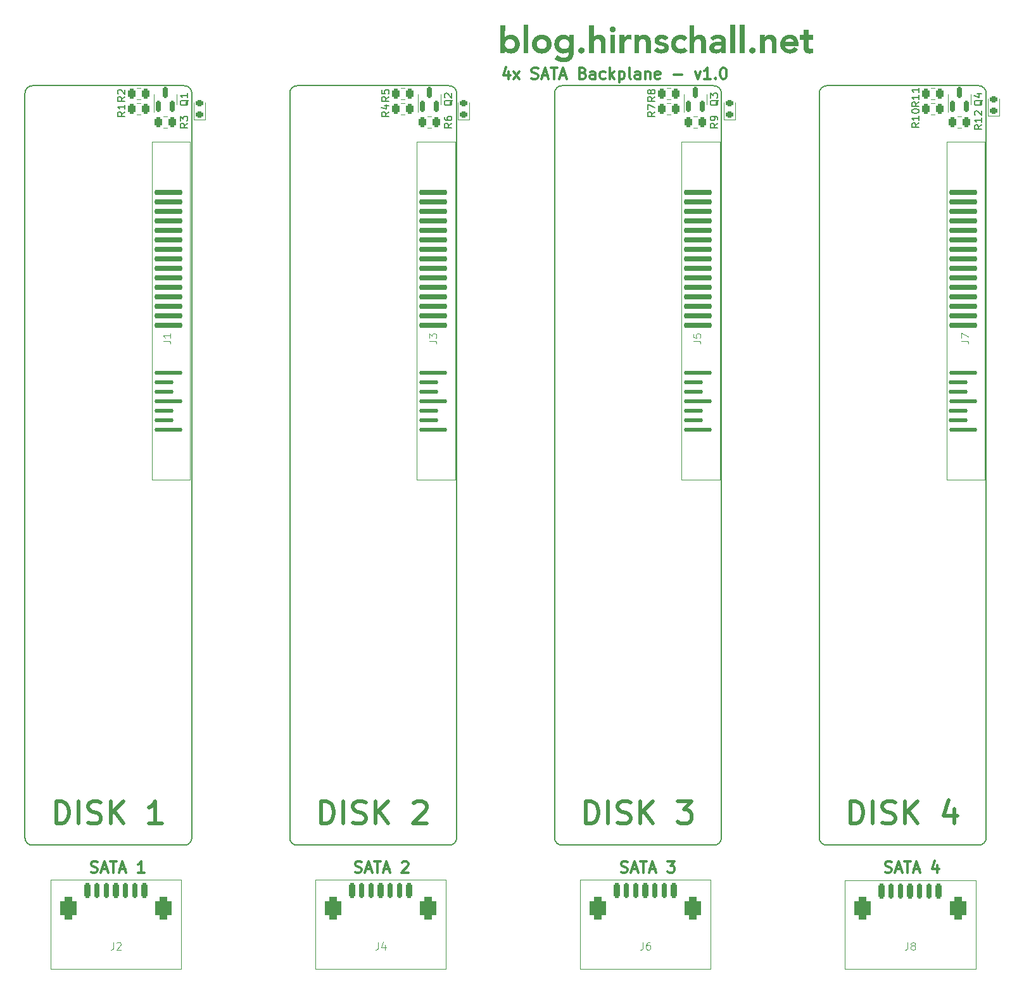
<source format=gbr>
%TF.GenerationSoftware,KiCad,Pcbnew,7.0.9*%
%TF.CreationDate,2024-03-30T19:36:49+01:00*%
%TF.ProjectId,8x-sata-backplane,38782d73-6174-4612-9d62-61636b706c61,rev?*%
%TF.SameCoordinates,Original*%
%TF.FileFunction,Legend,Top*%
%TF.FilePolarity,Positive*%
%FSLAX46Y46*%
G04 Gerber Fmt 4.6, Leading zero omitted, Abs format (unit mm)*
G04 Created by KiCad (PCBNEW 7.0.9) date 2024-03-30 19:36:49*
%MOMM*%
%LPD*%
G01*
G04 APERTURE LIST*
G04 Aperture macros list*
%AMRoundRect*
0 Rectangle with rounded corners*
0 $1 Rounding radius*
0 $2 $3 $4 $5 $6 $7 $8 $9 X,Y pos of 4 corners*
0 Add a 4 corners polygon primitive as box body*
4,1,4,$2,$3,$4,$5,$6,$7,$8,$9,$2,$3,0*
0 Add four circle primitives for the rounded corners*
1,1,$1+$1,$2,$3*
1,1,$1+$1,$4,$5*
1,1,$1+$1,$6,$7*
1,1,$1+$1,$8,$9*
0 Add four rect primitives between the rounded corners*
20,1,$1+$1,$2,$3,$4,$5,0*
20,1,$1+$1,$4,$5,$6,$7,0*
20,1,$1+$1,$6,$7,$8,$9,0*
20,1,$1+$1,$8,$9,$2,$3,0*%
G04 Aperture macros list end*
%ADD10C,0.150000*%
%ADD11C,0.500000*%
%ADD12C,0.300000*%
%ADD13C,0.100000*%
%ADD14C,0.120000*%
%ADD15C,2.300000*%
%ADD16C,3.200000*%
%ADD17C,2.100000*%
%ADD18RoundRect,0.112500X1.790000X-0.112500X1.790000X0.112500X-1.790000X0.112500X-1.790000X-0.112500X0*%
%ADD19RoundRect,0.112500X1.155000X-0.112500X1.155000X0.112500X-1.155000X0.112500X-1.155000X-0.112500X0*%
%ADD20RoundRect,0.150000X1.750000X-0.150000X1.750000X0.150000X-1.750000X0.150000X-1.750000X-0.150000X0*%
%ADD21R,4.445000X2.100000*%
%ADD22RoundRect,0.225000X0.225000X0.775000X-0.225000X0.775000X-0.225000X-0.775000X0.225000X-0.775000X0*%
%ADD23RoundRect,0.150000X0.150000X0.850000X-0.150000X0.850000X-0.150000X-0.850000X0.150000X-0.850000X0*%
%ADD24RoundRect,0.550000X0.550000X0.950000X-0.550000X0.950000X-0.550000X-0.950000X0.550000X-0.950000X0*%
%ADD25RoundRect,0.250000X0.262500X0.450000X-0.262500X0.450000X-0.262500X-0.450000X0.262500X-0.450000X0*%
%ADD26RoundRect,0.218750X0.256250X-0.218750X0.256250X0.218750X-0.256250X0.218750X-0.256250X-0.218750X0*%
%ADD27RoundRect,0.150000X0.150000X-0.587500X0.150000X0.587500X-0.150000X0.587500X-0.150000X-0.587500X0*%
%ADD28RoundRect,0.250000X-0.262500X-0.450000X0.262500X-0.450000X0.262500X0.450000X-0.262500X0.450000X0*%
G04 APERTURE END LIST*
D10*
X47498000Y-35000000D02*
X47498000Y-134600000D01*
X95978002Y-134600000D02*
G75*
G03*
X96978000Y-135600000I999998J-2D01*
G01*
X46498000Y-135600000D02*
X26178000Y-135600000D01*
X60578002Y-134600000D02*
G75*
G03*
X61578000Y-135600000I999998J-2D01*
G01*
X152698000Y-135600000D02*
X132378000Y-135600000D01*
X61578000Y-34000000D02*
X81898000Y-34000000D01*
X82898000Y-35000000D02*
X82898000Y-134600000D01*
X81898000Y-135600000D02*
X61578000Y-135600000D01*
X118298000Y-35000000D02*
G75*
G03*
X117298000Y-34000000I-1000000J0D01*
G01*
X82898000Y-35000000D02*
G75*
G03*
X81898000Y-34000000I-1000000J0D01*
G01*
X95978000Y-134600000D02*
X95978000Y-35000000D01*
X26178000Y-34000000D02*
X46498000Y-34000000D01*
X132378000Y-34000000D02*
X152698000Y-34000000D01*
X61578000Y-34000002D02*
G75*
G03*
X60578000Y-35000000I-2J-999998D01*
G01*
X152698000Y-135600000D02*
G75*
G03*
X153698000Y-134600000I0J1000000D01*
G01*
X131378002Y-134600000D02*
G75*
G03*
X132378000Y-135600000I999998J-2D01*
G01*
X153698000Y-35000000D02*
G75*
G03*
X152698000Y-34000000I-1000000J0D01*
G01*
X118298000Y-35000000D02*
X118298000Y-134600000D01*
X46498000Y-135600000D02*
G75*
G03*
X47498000Y-134600000I0J1000000D01*
G01*
X25178000Y-134600000D02*
X25178000Y-35000000D01*
X25178002Y-134600000D02*
G75*
G03*
X26178000Y-135600000I999998J-2D01*
G01*
X47498000Y-35000000D02*
G75*
G03*
X46498000Y-34000000I-1000000J0D01*
G01*
X60578000Y-134600000D02*
X60578000Y-35000000D01*
X153698000Y-35000000D02*
X153698000Y-134600000D01*
X131378000Y-134600000D02*
X131378000Y-35000000D01*
X96978000Y-34000002D02*
G75*
G03*
X95978000Y-35000000I-2J-999998D01*
G01*
X26178000Y-34000002D02*
G75*
G03*
X25178000Y-35000000I-2J-999998D01*
G01*
X132378000Y-34000002D02*
G75*
G03*
X131378000Y-35000000I-2J-999998D01*
G01*
X81898000Y-135600000D02*
G75*
G03*
X82898000Y-134600000I0J1000000D01*
G01*
X117298000Y-135600000D02*
X96978000Y-135600000D01*
X117298000Y-135600000D02*
G75*
G03*
X118298000Y-134600000I0J1000000D01*
G01*
X96978000Y-34000000D02*
X117298000Y-34000000D01*
D11*
X64738000Y-132702857D02*
X64738000Y-129702857D01*
X64738000Y-129702857D02*
X65452286Y-129702857D01*
X65452286Y-129702857D02*
X65880857Y-129845714D01*
X65880857Y-129845714D02*
X66166572Y-130131428D01*
X66166572Y-130131428D02*
X66309429Y-130417142D01*
X66309429Y-130417142D02*
X66452286Y-130988571D01*
X66452286Y-130988571D02*
X66452286Y-131417142D01*
X66452286Y-131417142D02*
X66309429Y-131988571D01*
X66309429Y-131988571D02*
X66166572Y-132274285D01*
X66166572Y-132274285D02*
X65880857Y-132560000D01*
X65880857Y-132560000D02*
X65452286Y-132702857D01*
X65452286Y-132702857D02*
X64738000Y-132702857D01*
X67738000Y-132702857D02*
X67738000Y-129702857D01*
X69023714Y-132560000D02*
X69452286Y-132702857D01*
X69452286Y-132702857D02*
X70166571Y-132702857D01*
X70166571Y-132702857D02*
X70452286Y-132560000D01*
X70452286Y-132560000D02*
X70595143Y-132417142D01*
X70595143Y-132417142D02*
X70738000Y-132131428D01*
X70738000Y-132131428D02*
X70738000Y-131845714D01*
X70738000Y-131845714D02*
X70595143Y-131560000D01*
X70595143Y-131560000D02*
X70452286Y-131417142D01*
X70452286Y-131417142D02*
X70166571Y-131274285D01*
X70166571Y-131274285D02*
X69595143Y-131131428D01*
X69595143Y-131131428D02*
X69309428Y-130988571D01*
X69309428Y-130988571D02*
X69166571Y-130845714D01*
X69166571Y-130845714D02*
X69023714Y-130560000D01*
X69023714Y-130560000D02*
X69023714Y-130274285D01*
X69023714Y-130274285D02*
X69166571Y-129988571D01*
X69166571Y-129988571D02*
X69309428Y-129845714D01*
X69309428Y-129845714D02*
X69595143Y-129702857D01*
X69595143Y-129702857D02*
X70309428Y-129702857D01*
X70309428Y-129702857D02*
X70738000Y-129845714D01*
X72023714Y-132702857D02*
X72023714Y-129702857D01*
X73738000Y-132702857D02*
X72452286Y-130988571D01*
X73738000Y-129702857D02*
X72023714Y-131417142D01*
X77166571Y-129988571D02*
X77309428Y-129845714D01*
X77309428Y-129845714D02*
X77595143Y-129702857D01*
X77595143Y-129702857D02*
X78309428Y-129702857D01*
X78309428Y-129702857D02*
X78595143Y-129845714D01*
X78595143Y-129845714D02*
X78738000Y-129988571D01*
X78738000Y-129988571D02*
X78880857Y-130274285D01*
X78880857Y-130274285D02*
X78880857Y-130560000D01*
X78880857Y-130560000D02*
X78738000Y-130988571D01*
X78738000Y-130988571D02*
X77023714Y-132702857D01*
X77023714Y-132702857D02*
X78880857Y-132702857D01*
D12*
X104877082Y-139175400D02*
X105091368Y-139246828D01*
X105091368Y-139246828D02*
X105448510Y-139246828D01*
X105448510Y-139246828D02*
X105591368Y-139175400D01*
X105591368Y-139175400D02*
X105662796Y-139103971D01*
X105662796Y-139103971D02*
X105734225Y-138961114D01*
X105734225Y-138961114D02*
X105734225Y-138818257D01*
X105734225Y-138818257D02*
X105662796Y-138675400D01*
X105662796Y-138675400D02*
X105591368Y-138603971D01*
X105591368Y-138603971D02*
X105448510Y-138532542D01*
X105448510Y-138532542D02*
X105162796Y-138461114D01*
X105162796Y-138461114D02*
X105019939Y-138389685D01*
X105019939Y-138389685D02*
X104948510Y-138318257D01*
X104948510Y-138318257D02*
X104877082Y-138175400D01*
X104877082Y-138175400D02*
X104877082Y-138032542D01*
X104877082Y-138032542D02*
X104948510Y-137889685D01*
X104948510Y-137889685D02*
X105019939Y-137818257D01*
X105019939Y-137818257D02*
X105162796Y-137746828D01*
X105162796Y-137746828D02*
X105519939Y-137746828D01*
X105519939Y-137746828D02*
X105734225Y-137818257D01*
X106305653Y-138818257D02*
X107019939Y-138818257D01*
X106162796Y-139246828D02*
X106662796Y-137746828D01*
X106662796Y-137746828D02*
X107162796Y-139246828D01*
X107448510Y-137746828D02*
X108305653Y-137746828D01*
X107877081Y-139246828D02*
X107877081Y-137746828D01*
X108734224Y-138818257D02*
X109448510Y-138818257D01*
X108591367Y-139246828D02*
X109091367Y-137746828D01*
X109091367Y-137746828D02*
X109591367Y-139246828D01*
X111091366Y-137746828D02*
X112019938Y-137746828D01*
X112019938Y-137746828D02*
X111519938Y-138318257D01*
X111519938Y-138318257D02*
X111734223Y-138318257D01*
X111734223Y-138318257D02*
X111877081Y-138389685D01*
X111877081Y-138389685D02*
X111948509Y-138461114D01*
X111948509Y-138461114D02*
X112019938Y-138603971D01*
X112019938Y-138603971D02*
X112019938Y-138961114D01*
X112019938Y-138961114D02*
X111948509Y-139103971D01*
X111948509Y-139103971D02*
X111877081Y-139175400D01*
X111877081Y-139175400D02*
X111734223Y-139246828D01*
X111734223Y-139246828D02*
X111305652Y-139246828D01*
X111305652Y-139246828D02*
X111162795Y-139175400D01*
X111162795Y-139175400D02*
X111091366Y-139103971D01*
D11*
X29338000Y-132702857D02*
X29338000Y-129702857D01*
X29338000Y-129702857D02*
X30052286Y-129702857D01*
X30052286Y-129702857D02*
X30480857Y-129845714D01*
X30480857Y-129845714D02*
X30766572Y-130131428D01*
X30766572Y-130131428D02*
X30909429Y-130417142D01*
X30909429Y-130417142D02*
X31052286Y-130988571D01*
X31052286Y-130988571D02*
X31052286Y-131417142D01*
X31052286Y-131417142D02*
X30909429Y-131988571D01*
X30909429Y-131988571D02*
X30766572Y-132274285D01*
X30766572Y-132274285D02*
X30480857Y-132560000D01*
X30480857Y-132560000D02*
X30052286Y-132702857D01*
X30052286Y-132702857D02*
X29338000Y-132702857D01*
X32338000Y-132702857D02*
X32338000Y-129702857D01*
X33623714Y-132560000D02*
X34052286Y-132702857D01*
X34052286Y-132702857D02*
X34766571Y-132702857D01*
X34766571Y-132702857D02*
X35052286Y-132560000D01*
X35052286Y-132560000D02*
X35195143Y-132417142D01*
X35195143Y-132417142D02*
X35338000Y-132131428D01*
X35338000Y-132131428D02*
X35338000Y-131845714D01*
X35338000Y-131845714D02*
X35195143Y-131560000D01*
X35195143Y-131560000D02*
X35052286Y-131417142D01*
X35052286Y-131417142D02*
X34766571Y-131274285D01*
X34766571Y-131274285D02*
X34195143Y-131131428D01*
X34195143Y-131131428D02*
X33909428Y-130988571D01*
X33909428Y-130988571D02*
X33766571Y-130845714D01*
X33766571Y-130845714D02*
X33623714Y-130560000D01*
X33623714Y-130560000D02*
X33623714Y-130274285D01*
X33623714Y-130274285D02*
X33766571Y-129988571D01*
X33766571Y-129988571D02*
X33909428Y-129845714D01*
X33909428Y-129845714D02*
X34195143Y-129702857D01*
X34195143Y-129702857D02*
X34909428Y-129702857D01*
X34909428Y-129702857D02*
X35338000Y-129845714D01*
X36623714Y-132702857D02*
X36623714Y-129702857D01*
X38338000Y-132702857D02*
X37052286Y-130988571D01*
X38338000Y-129702857D02*
X36623714Y-131417142D01*
X43480857Y-132702857D02*
X41766571Y-132702857D01*
X42623714Y-132702857D02*
X42623714Y-129702857D01*
X42623714Y-129702857D02*
X42338000Y-130131428D01*
X42338000Y-130131428D02*
X42052285Y-130417142D01*
X42052285Y-130417142D02*
X41766571Y-130560000D01*
X135538000Y-132702857D02*
X135538000Y-129702857D01*
X135538000Y-129702857D02*
X136252286Y-129702857D01*
X136252286Y-129702857D02*
X136680857Y-129845714D01*
X136680857Y-129845714D02*
X136966572Y-130131428D01*
X136966572Y-130131428D02*
X137109429Y-130417142D01*
X137109429Y-130417142D02*
X137252286Y-130988571D01*
X137252286Y-130988571D02*
X137252286Y-131417142D01*
X137252286Y-131417142D02*
X137109429Y-131988571D01*
X137109429Y-131988571D02*
X136966572Y-132274285D01*
X136966572Y-132274285D02*
X136680857Y-132560000D01*
X136680857Y-132560000D02*
X136252286Y-132702857D01*
X136252286Y-132702857D02*
X135538000Y-132702857D01*
X138538000Y-132702857D02*
X138538000Y-129702857D01*
X139823714Y-132560000D02*
X140252286Y-132702857D01*
X140252286Y-132702857D02*
X140966571Y-132702857D01*
X140966571Y-132702857D02*
X141252286Y-132560000D01*
X141252286Y-132560000D02*
X141395143Y-132417142D01*
X141395143Y-132417142D02*
X141538000Y-132131428D01*
X141538000Y-132131428D02*
X141538000Y-131845714D01*
X141538000Y-131845714D02*
X141395143Y-131560000D01*
X141395143Y-131560000D02*
X141252286Y-131417142D01*
X141252286Y-131417142D02*
X140966571Y-131274285D01*
X140966571Y-131274285D02*
X140395143Y-131131428D01*
X140395143Y-131131428D02*
X140109428Y-130988571D01*
X140109428Y-130988571D02*
X139966571Y-130845714D01*
X139966571Y-130845714D02*
X139823714Y-130560000D01*
X139823714Y-130560000D02*
X139823714Y-130274285D01*
X139823714Y-130274285D02*
X139966571Y-129988571D01*
X139966571Y-129988571D02*
X140109428Y-129845714D01*
X140109428Y-129845714D02*
X140395143Y-129702857D01*
X140395143Y-129702857D02*
X141109428Y-129702857D01*
X141109428Y-129702857D02*
X141538000Y-129845714D01*
X142823714Y-132702857D02*
X142823714Y-129702857D01*
X144538000Y-132702857D02*
X143252286Y-130988571D01*
X144538000Y-129702857D02*
X142823714Y-131417142D01*
X149395143Y-130702857D02*
X149395143Y-132702857D01*
X148680857Y-129560000D02*
X147966571Y-131702857D01*
X147966571Y-131702857D02*
X149823714Y-131702857D01*
D12*
X69317082Y-139175400D02*
X69531368Y-139246828D01*
X69531368Y-139246828D02*
X69888510Y-139246828D01*
X69888510Y-139246828D02*
X70031368Y-139175400D01*
X70031368Y-139175400D02*
X70102796Y-139103971D01*
X70102796Y-139103971D02*
X70174225Y-138961114D01*
X70174225Y-138961114D02*
X70174225Y-138818257D01*
X70174225Y-138818257D02*
X70102796Y-138675400D01*
X70102796Y-138675400D02*
X70031368Y-138603971D01*
X70031368Y-138603971D02*
X69888510Y-138532542D01*
X69888510Y-138532542D02*
X69602796Y-138461114D01*
X69602796Y-138461114D02*
X69459939Y-138389685D01*
X69459939Y-138389685D02*
X69388510Y-138318257D01*
X69388510Y-138318257D02*
X69317082Y-138175400D01*
X69317082Y-138175400D02*
X69317082Y-138032542D01*
X69317082Y-138032542D02*
X69388510Y-137889685D01*
X69388510Y-137889685D02*
X69459939Y-137818257D01*
X69459939Y-137818257D02*
X69602796Y-137746828D01*
X69602796Y-137746828D02*
X69959939Y-137746828D01*
X69959939Y-137746828D02*
X70174225Y-137818257D01*
X70745653Y-138818257D02*
X71459939Y-138818257D01*
X70602796Y-139246828D02*
X71102796Y-137746828D01*
X71102796Y-137746828D02*
X71602796Y-139246828D01*
X71888510Y-137746828D02*
X72745653Y-137746828D01*
X72317081Y-139246828D02*
X72317081Y-137746828D01*
X73174224Y-138818257D02*
X73888510Y-138818257D01*
X73031367Y-139246828D02*
X73531367Y-137746828D01*
X73531367Y-137746828D02*
X74031367Y-139246828D01*
X75602795Y-137889685D02*
X75674223Y-137818257D01*
X75674223Y-137818257D02*
X75817081Y-137746828D01*
X75817081Y-137746828D02*
X76174223Y-137746828D01*
X76174223Y-137746828D02*
X76317081Y-137818257D01*
X76317081Y-137818257D02*
X76388509Y-137889685D01*
X76388509Y-137889685D02*
X76459938Y-138032542D01*
X76459938Y-138032542D02*
X76459938Y-138175400D01*
X76459938Y-138175400D02*
X76388509Y-138389685D01*
X76388509Y-138389685D02*
X75531366Y-139246828D01*
X75531366Y-139246828D02*
X76459938Y-139246828D01*
X89843368Y-32074828D02*
X89843368Y-33074828D01*
X89486225Y-31503400D02*
X89129082Y-32574828D01*
X89129082Y-32574828D02*
X90057653Y-32574828D01*
X90486224Y-33074828D02*
X91271939Y-32074828D01*
X90486224Y-32074828D02*
X91271939Y-33074828D01*
X92914796Y-33003400D02*
X93129082Y-33074828D01*
X93129082Y-33074828D02*
X93486224Y-33074828D01*
X93486224Y-33074828D02*
X93629082Y-33003400D01*
X93629082Y-33003400D02*
X93700510Y-32931971D01*
X93700510Y-32931971D02*
X93771939Y-32789114D01*
X93771939Y-32789114D02*
X93771939Y-32646257D01*
X93771939Y-32646257D02*
X93700510Y-32503400D01*
X93700510Y-32503400D02*
X93629082Y-32431971D01*
X93629082Y-32431971D02*
X93486224Y-32360542D01*
X93486224Y-32360542D02*
X93200510Y-32289114D01*
X93200510Y-32289114D02*
X93057653Y-32217685D01*
X93057653Y-32217685D02*
X92986224Y-32146257D01*
X92986224Y-32146257D02*
X92914796Y-32003400D01*
X92914796Y-32003400D02*
X92914796Y-31860542D01*
X92914796Y-31860542D02*
X92986224Y-31717685D01*
X92986224Y-31717685D02*
X93057653Y-31646257D01*
X93057653Y-31646257D02*
X93200510Y-31574828D01*
X93200510Y-31574828D02*
X93557653Y-31574828D01*
X93557653Y-31574828D02*
X93771939Y-31646257D01*
X94343367Y-32646257D02*
X95057653Y-32646257D01*
X94200510Y-33074828D02*
X94700510Y-31574828D01*
X94700510Y-31574828D02*
X95200510Y-33074828D01*
X95486224Y-31574828D02*
X96343367Y-31574828D01*
X95914795Y-33074828D02*
X95914795Y-31574828D01*
X96771938Y-32646257D02*
X97486224Y-32646257D01*
X96629081Y-33074828D02*
X97129081Y-31574828D01*
X97129081Y-31574828D02*
X97629081Y-33074828D01*
X99771937Y-32289114D02*
X99986223Y-32360542D01*
X99986223Y-32360542D02*
X100057652Y-32431971D01*
X100057652Y-32431971D02*
X100129080Y-32574828D01*
X100129080Y-32574828D02*
X100129080Y-32789114D01*
X100129080Y-32789114D02*
X100057652Y-32931971D01*
X100057652Y-32931971D02*
X99986223Y-33003400D01*
X99986223Y-33003400D02*
X99843366Y-33074828D01*
X99843366Y-33074828D02*
X99271937Y-33074828D01*
X99271937Y-33074828D02*
X99271937Y-31574828D01*
X99271937Y-31574828D02*
X99771937Y-31574828D01*
X99771937Y-31574828D02*
X99914795Y-31646257D01*
X99914795Y-31646257D02*
X99986223Y-31717685D01*
X99986223Y-31717685D02*
X100057652Y-31860542D01*
X100057652Y-31860542D02*
X100057652Y-32003400D01*
X100057652Y-32003400D02*
X99986223Y-32146257D01*
X99986223Y-32146257D02*
X99914795Y-32217685D01*
X99914795Y-32217685D02*
X99771937Y-32289114D01*
X99771937Y-32289114D02*
X99271937Y-32289114D01*
X101414795Y-33074828D02*
X101414795Y-32289114D01*
X101414795Y-32289114D02*
X101343366Y-32146257D01*
X101343366Y-32146257D02*
X101200509Y-32074828D01*
X101200509Y-32074828D02*
X100914795Y-32074828D01*
X100914795Y-32074828D02*
X100771937Y-32146257D01*
X101414795Y-33003400D02*
X101271937Y-33074828D01*
X101271937Y-33074828D02*
X100914795Y-33074828D01*
X100914795Y-33074828D02*
X100771937Y-33003400D01*
X100771937Y-33003400D02*
X100700509Y-32860542D01*
X100700509Y-32860542D02*
X100700509Y-32717685D01*
X100700509Y-32717685D02*
X100771937Y-32574828D01*
X100771937Y-32574828D02*
X100914795Y-32503400D01*
X100914795Y-32503400D02*
X101271937Y-32503400D01*
X101271937Y-32503400D02*
X101414795Y-32431971D01*
X102771938Y-33003400D02*
X102629080Y-33074828D01*
X102629080Y-33074828D02*
X102343366Y-33074828D01*
X102343366Y-33074828D02*
X102200509Y-33003400D01*
X102200509Y-33003400D02*
X102129080Y-32931971D01*
X102129080Y-32931971D02*
X102057652Y-32789114D01*
X102057652Y-32789114D02*
X102057652Y-32360542D01*
X102057652Y-32360542D02*
X102129080Y-32217685D01*
X102129080Y-32217685D02*
X102200509Y-32146257D01*
X102200509Y-32146257D02*
X102343366Y-32074828D01*
X102343366Y-32074828D02*
X102629080Y-32074828D01*
X102629080Y-32074828D02*
X102771938Y-32146257D01*
X103414794Y-33074828D02*
X103414794Y-31574828D01*
X103557652Y-32503400D02*
X103986223Y-33074828D01*
X103986223Y-32074828D02*
X103414794Y-32646257D01*
X104629080Y-32074828D02*
X104629080Y-33574828D01*
X104629080Y-32146257D02*
X104771938Y-32074828D01*
X104771938Y-32074828D02*
X105057652Y-32074828D01*
X105057652Y-32074828D02*
X105200509Y-32146257D01*
X105200509Y-32146257D02*
X105271938Y-32217685D01*
X105271938Y-32217685D02*
X105343366Y-32360542D01*
X105343366Y-32360542D02*
X105343366Y-32789114D01*
X105343366Y-32789114D02*
X105271938Y-32931971D01*
X105271938Y-32931971D02*
X105200509Y-33003400D01*
X105200509Y-33003400D02*
X105057652Y-33074828D01*
X105057652Y-33074828D02*
X104771938Y-33074828D01*
X104771938Y-33074828D02*
X104629080Y-33003400D01*
X106200509Y-33074828D02*
X106057652Y-33003400D01*
X106057652Y-33003400D02*
X105986223Y-32860542D01*
X105986223Y-32860542D02*
X105986223Y-31574828D01*
X107414795Y-33074828D02*
X107414795Y-32289114D01*
X107414795Y-32289114D02*
X107343366Y-32146257D01*
X107343366Y-32146257D02*
X107200509Y-32074828D01*
X107200509Y-32074828D02*
X106914795Y-32074828D01*
X106914795Y-32074828D02*
X106771937Y-32146257D01*
X107414795Y-33003400D02*
X107271937Y-33074828D01*
X107271937Y-33074828D02*
X106914795Y-33074828D01*
X106914795Y-33074828D02*
X106771937Y-33003400D01*
X106771937Y-33003400D02*
X106700509Y-32860542D01*
X106700509Y-32860542D02*
X106700509Y-32717685D01*
X106700509Y-32717685D02*
X106771937Y-32574828D01*
X106771937Y-32574828D02*
X106914795Y-32503400D01*
X106914795Y-32503400D02*
X107271937Y-32503400D01*
X107271937Y-32503400D02*
X107414795Y-32431971D01*
X108129080Y-32074828D02*
X108129080Y-33074828D01*
X108129080Y-32217685D02*
X108200509Y-32146257D01*
X108200509Y-32146257D02*
X108343366Y-32074828D01*
X108343366Y-32074828D02*
X108557652Y-32074828D01*
X108557652Y-32074828D02*
X108700509Y-32146257D01*
X108700509Y-32146257D02*
X108771938Y-32289114D01*
X108771938Y-32289114D02*
X108771938Y-33074828D01*
X110057652Y-33003400D02*
X109914795Y-33074828D01*
X109914795Y-33074828D02*
X109629081Y-33074828D01*
X109629081Y-33074828D02*
X109486223Y-33003400D01*
X109486223Y-33003400D02*
X109414795Y-32860542D01*
X109414795Y-32860542D02*
X109414795Y-32289114D01*
X109414795Y-32289114D02*
X109486223Y-32146257D01*
X109486223Y-32146257D02*
X109629081Y-32074828D01*
X109629081Y-32074828D02*
X109914795Y-32074828D01*
X109914795Y-32074828D02*
X110057652Y-32146257D01*
X110057652Y-32146257D02*
X110129081Y-32289114D01*
X110129081Y-32289114D02*
X110129081Y-32431971D01*
X110129081Y-32431971D02*
X109414795Y-32574828D01*
X111914794Y-32503400D02*
X113057652Y-32503400D01*
X114771937Y-32074828D02*
X115129080Y-33074828D01*
X115129080Y-33074828D02*
X115486223Y-32074828D01*
X116843366Y-33074828D02*
X115986223Y-33074828D01*
X116414794Y-33074828D02*
X116414794Y-31574828D01*
X116414794Y-31574828D02*
X116271937Y-31789114D01*
X116271937Y-31789114D02*
X116129080Y-31931971D01*
X116129080Y-31931971D02*
X115986223Y-32003400D01*
X117486222Y-32931971D02*
X117557651Y-33003400D01*
X117557651Y-33003400D02*
X117486222Y-33074828D01*
X117486222Y-33074828D02*
X117414794Y-33003400D01*
X117414794Y-33003400D02*
X117486222Y-32931971D01*
X117486222Y-32931971D02*
X117486222Y-33074828D01*
X118486223Y-31574828D02*
X118629080Y-31574828D01*
X118629080Y-31574828D02*
X118771937Y-31646257D01*
X118771937Y-31646257D02*
X118843366Y-31717685D01*
X118843366Y-31717685D02*
X118914794Y-31860542D01*
X118914794Y-31860542D02*
X118986223Y-32146257D01*
X118986223Y-32146257D02*
X118986223Y-32503400D01*
X118986223Y-32503400D02*
X118914794Y-32789114D01*
X118914794Y-32789114D02*
X118843366Y-32931971D01*
X118843366Y-32931971D02*
X118771937Y-33003400D01*
X118771937Y-33003400D02*
X118629080Y-33074828D01*
X118629080Y-33074828D02*
X118486223Y-33074828D01*
X118486223Y-33074828D02*
X118343366Y-33003400D01*
X118343366Y-33003400D02*
X118271937Y-32931971D01*
X118271937Y-32931971D02*
X118200508Y-32789114D01*
X118200508Y-32789114D02*
X118129080Y-32503400D01*
X118129080Y-32503400D02*
X118129080Y-32146257D01*
X118129080Y-32146257D02*
X118200508Y-31860542D01*
X118200508Y-31860542D02*
X118271937Y-31717685D01*
X118271937Y-31717685D02*
X118343366Y-31646257D01*
X118343366Y-31646257D02*
X118486223Y-31574828D01*
X34011082Y-139175400D02*
X34225368Y-139246828D01*
X34225368Y-139246828D02*
X34582510Y-139246828D01*
X34582510Y-139246828D02*
X34725368Y-139175400D01*
X34725368Y-139175400D02*
X34796796Y-139103971D01*
X34796796Y-139103971D02*
X34868225Y-138961114D01*
X34868225Y-138961114D02*
X34868225Y-138818257D01*
X34868225Y-138818257D02*
X34796796Y-138675400D01*
X34796796Y-138675400D02*
X34725368Y-138603971D01*
X34725368Y-138603971D02*
X34582510Y-138532542D01*
X34582510Y-138532542D02*
X34296796Y-138461114D01*
X34296796Y-138461114D02*
X34153939Y-138389685D01*
X34153939Y-138389685D02*
X34082510Y-138318257D01*
X34082510Y-138318257D02*
X34011082Y-138175400D01*
X34011082Y-138175400D02*
X34011082Y-138032542D01*
X34011082Y-138032542D02*
X34082510Y-137889685D01*
X34082510Y-137889685D02*
X34153939Y-137818257D01*
X34153939Y-137818257D02*
X34296796Y-137746828D01*
X34296796Y-137746828D02*
X34653939Y-137746828D01*
X34653939Y-137746828D02*
X34868225Y-137818257D01*
X35439653Y-138818257D02*
X36153939Y-138818257D01*
X35296796Y-139246828D02*
X35796796Y-137746828D01*
X35796796Y-137746828D02*
X36296796Y-139246828D01*
X36582510Y-137746828D02*
X37439653Y-137746828D01*
X37011081Y-139246828D02*
X37011081Y-137746828D01*
X37868224Y-138818257D02*
X38582510Y-138818257D01*
X37725367Y-139246828D02*
X38225367Y-137746828D01*
X38225367Y-137746828D02*
X38725367Y-139246828D01*
X41153938Y-139246828D02*
X40296795Y-139246828D01*
X40725366Y-139246828D02*
X40725366Y-137746828D01*
X40725366Y-137746828D02*
X40582509Y-137961114D01*
X40582509Y-137961114D02*
X40439652Y-138103971D01*
X40439652Y-138103971D02*
X40296795Y-138175400D01*
D11*
X100138000Y-132702857D02*
X100138000Y-129702857D01*
X100138000Y-129702857D02*
X100852286Y-129702857D01*
X100852286Y-129702857D02*
X101280857Y-129845714D01*
X101280857Y-129845714D02*
X101566572Y-130131428D01*
X101566572Y-130131428D02*
X101709429Y-130417142D01*
X101709429Y-130417142D02*
X101852286Y-130988571D01*
X101852286Y-130988571D02*
X101852286Y-131417142D01*
X101852286Y-131417142D02*
X101709429Y-131988571D01*
X101709429Y-131988571D02*
X101566572Y-132274285D01*
X101566572Y-132274285D02*
X101280857Y-132560000D01*
X101280857Y-132560000D02*
X100852286Y-132702857D01*
X100852286Y-132702857D02*
X100138000Y-132702857D01*
X103138000Y-132702857D02*
X103138000Y-129702857D01*
X104423714Y-132560000D02*
X104852286Y-132702857D01*
X104852286Y-132702857D02*
X105566571Y-132702857D01*
X105566571Y-132702857D02*
X105852286Y-132560000D01*
X105852286Y-132560000D02*
X105995143Y-132417142D01*
X105995143Y-132417142D02*
X106138000Y-132131428D01*
X106138000Y-132131428D02*
X106138000Y-131845714D01*
X106138000Y-131845714D02*
X105995143Y-131560000D01*
X105995143Y-131560000D02*
X105852286Y-131417142D01*
X105852286Y-131417142D02*
X105566571Y-131274285D01*
X105566571Y-131274285D02*
X104995143Y-131131428D01*
X104995143Y-131131428D02*
X104709428Y-130988571D01*
X104709428Y-130988571D02*
X104566571Y-130845714D01*
X104566571Y-130845714D02*
X104423714Y-130560000D01*
X104423714Y-130560000D02*
X104423714Y-130274285D01*
X104423714Y-130274285D02*
X104566571Y-129988571D01*
X104566571Y-129988571D02*
X104709428Y-129845714D01*
X104709428Y-129845714D02*
X104995143Y-129702857D01*
X104995143Y-129702857D02*
X105709428Y-129702857D01*
X105709428Y-129702857D02*
X106138000Y-129845714D01*
X107423714Y-132702857D02*
X107423714Y-129702857D01*
X109138000Y-132702857D02*
X107852286Y-130988571D01*
X109138000Y-129702857D02*
X107423714Y-131417142D01*
X112423714Y-129702857D02*
X114280857Y-129702857D01*
X114280857Y-129702857D02*
X113280857Y-130845714D01*
X113280857Y-130845714D02*
X113709428Y-130845714D01*
X113709428Y-130845714D02*
X113995143Y-130988571D01*
X113995143Y-130988571D02*
X114138000Y-131131428D01*
X114138000Y-131131428D02*
X114280857Y-131417142D01*
X114280857Y-131417142D02*
X114280857Y-132131428D01*
X114280857Y-132131428D02*
X114138000Y-132417142D01*
X114138000Y-132417142D02*
X113995143Y-132560000D01*
X113995143Y-132560000D02*
X113709428Y-132702857D01*
X113709428Y-132702857D02*
X112852285Y-132702857D01*
X112852285Y-132702857D02*
X112566571Y-132560000D01*
X112566571Y-132560000D02*
X112423714Y-132417142D01*
D12*
G36*
X89359922Y-27521684D02*
G01*
X89369807Y-27509250D01*
X89395385Y-27480826D01*
X89421185Y-27454552D01*
X89450176Y-27426970D01*
X89454578Y-27422923D01*
X89482237Y-27398540D01*
X89512000Y-27374758D01*
X89543866Y-27351576D01*
X89577837Y-27328996D01*
X89607752Y-27310639D01*
X89626403Y-27299825D01*
X89658923Y-27282202D01*
X89692904Y-27265664D01*
X89728346Y-27250212D01*
X89765249Y-27235844D01*
X89803613Y-27222563D01*
X89843438Y-27210366D01*
X89859777Y-27205791D01*
X89893303Y-27197176D01*
X89928058Y-27189709D01*
X89964042Y-27183391D01*
X90001255Y-27178222D01*
X90039696Y-27174202D01*
X90079366Y-27171330D01*
X90120266Y-27169607D01*
X90162394Y-27169033D01*
X90210279Y-27169897D01*
X90257442Y-27172489D01*
X90303885Y-27176809D01*
X90349606Y-27182857D01*
X90394606Y-27190633D01*
X90438884Y-27200138D01*
X90482442Y-27211370D01*
X90525278Y-27224331D01*
X90567392Y-27239019D01*
X90608786Y-27255436D01*
X90635981Y-27267340D01*
X90676137Y-27286251D01*
X90715181Y-27306440D01*
X90753113Y-27327905D01*
X90789934Y-27350648D01*
X90825642Y-27374668D01*
X90860239Y-27399966D01*
X90893723Y-27426540D01*
X90926095Y-27454392D01*
X90957356Y-27483521D01*
X90987504Y-27513928D01*
X91006986Y-27534908D01*
X91035236Y-27567178D01*
X91062284Y-27600515D01*
X91088130Y-27634918D01*
X91112773Y-27670389D01*
X91136215Y-27706926D01*
X91158454Y-27744530D01*
X91179492Y-27783201D01*
X91199327Y-27822939D01*
X91217960Y-27863744D01*
X91235391Y-27905616D01*
X91246344Y-27934123D01*
X91261621Y-27977388D01*
X91275395Y-28021268D01*
X91287667Y-28065764D01*
X91298436Y-28110877D01*
X91307702Y-28156606D01*
X91315466Y-28202950D01*
X91321727Y-28249911D01*
X91326486Y-28297488D01*
X91329741Y-28345681D01*
X91331495Y-28394490D01*
X91331829Y-28427372D01*
X91331122Y-28476446D01*
X91329004Y-28524935D01*
X91325472Y-28572837D01*
X91320528Y-28620154D01*
X91314172Y-28666884D01*
X91306403Y-28713029D01*
X91297222Y-28758587D01*
X91286628Y-28803559D01*
X91274622Y-28847945D01*
X91261203Y-28891746D01*
X91251473Y-28920620D01*
X91235737Y-28963211D01*
X91218664Y-29004749D01*
X91200254Y-29045236D01*
X91180507Y-29084671D01*
X91159422Y-29123054D01*
X91137000Y-29160386D01*
X91113240Y-29196665D01*
X91088143Y-29231892D01*
X91061708Y-29266068D01*
X91033937Y-29299192D01*
X91014679Y-29320690D01*
X90984769Y-29351948D01*
X90953701Y-29381929D01*
X90921476Y-29410632D01*
X90888095Y-29438058D01*
X90853556Y-29464207D01*
X90817860Y-29489079D01*
X90781007Y-29512673D01*
X90742997Y-29534990D01*
X90703830Y-29556030D01*
X90663506Y-29575793D01*
X90635981Y-29588258D01*
X90593979Y-29605674D01*
X90551000Y-29621377D01*
X90507044Y-29635367D01*
X90462112Y-29647643D01*
X90416203Y-29658207D01*
X90369318Y-29667058D01*
X90321455Y-29674195D01*
X90272616Y-29679620D01*
X90222800Y-29683332D01*
X90172008Y-29685330D01*
X90137603Y-29685711D01*
X90089658Y-29684794D01*
X90042314Y-29682044D01*
X89995571Y-29677461D01*
X89949429Y-29671045D01*
X89903888Y-29662795D01*
X89858949Y-29652712D01*
X89814610Y-29640796D01*
X89770872Y-29627047D01*
X89727736Y-29611464D01*
X89685200Y-29594048D01*
X89657177Y-29581419D01*
X89616260Y-29560790D01*
X89577176Y-29538012D01*
X89539924Y-29513085D01*
X89504507Y-29486010D01*
X89470922Y-29456786D01*
X89439171Y-29425412D01*
X89409253Y-29391890D01*
X89381168Y-29356220D01*
X89354916Y-29318400D01*
X89330498Y-29278432D01*
X89326761Y-29271614D01*
X89342593Y-29631001D01*
X88727101Y-29631001D01*
X88727101Y-28427372D01*
X89352851Y-28427372D01*
X89353936Y-28467213D01*
X89357192Y-28506596D01*
X89362618Y-28545519D01*
X89370215Y-28583983D01*
X89379982Y-28621988D01*
X89391920Y-28659534D01*
X89397303Y-28674423D01*
X89412484Y-28710642D01*
X89429711Y-28745566D01*
X89448982Y-28779197D01*
X89470299Y-28811533D01*
X89493662Y-28842576D01*
X89519069Y-28872324D01*
X89529805Y-28883862D01*
X89557930Y-28911302D01*
X89587808Y-28936989D01*
X89619439Y-28960923D01*
X89652823Y-28983104D01*
X89687960Y-29003532D01*
X89724851Y-29022207D01*
X89740098Y-29029186D01*
X89779380Y-29044947D01*
X89811978Y-29055633D01*
X89845618Y-29064609D01*
X89880299Y-29071875D01*
X89916023Y-29077432D01*
X89952788Y-29081279D01*
X89990595Y-29083416D01*
X90019634Y-29083897D01*
X90058222Y-29083042D01*
X90095769Y-29080477D01*
X90132274Y-29076203D01*
X90167737Y-29070219D01*
X90202158Y-29062525D01*
X90235537Y-29053122D01*
X90275796Y-29038963D01*
X90299170Y-29029186D01*
X90336761Y-29011213D01*
X90372600Y-28991486D01*
X90406686Y-28970006D01*
X90439018Y-28946773D01*
X90469597Y-28921787D01*
X90498423Y-28895048D01*
X90509463Y-28883862D01*
X90535668Y-28854631D01*
X90559785Y-28824106D01*
X90581816Y-28792287D01*
X90601760Y-28759174D01*
X90619617Y-28724767D01*
X90635386Y-28689066D01*
X90641110Y-28674423D01*
X90654162Y-28637061D01*
X90665002Y-28599240D01*
X90673630Y-28560960D01*
X90680046Y-28522220D01*
X90684249Y-28483021D01*
X90686240Y-28443363D01*
X90686417Y-28427372D01*
X90685311Y-28387551D01*
X90681992Y-28348231D01*
X90676462Y-28309412D01*
X90668719Y-28271094D01*
X90658764Y-28233277D01*
X90646596Y-28195961D01*
X90641110Y-28181175D01*
X90626175Y-28144731D01*
X90609153Y-28109665D01*
X90590044Y-28075976D01*
X90568848Y-28043664D01*
X90545565Y-28012730D01*
X90520195Y-27983174D01*
X90509463Y-27971737D01*
X90481338Y-27944050D01*
X90451460Y-27918158D01*
X90419829Y-27894061D01*
X90386445Y-27871759D01*
X90351307Y-27851252D01*
X90314417Y-27832540D01*
X90299170Y-27825557D01*
X90259888Y-27809796D01*
X90227290Y-27799110D01*
X90193650Y-27790135D01*
X90158969Y-27782868D01*
X90123245Y-27777312D01*
X90086480Y-27773465D01*
X90048673Y-27771328D01*
X90019634Y-27770847D01*
X89981045Y-27771702D01*
X89943499Y-27774266D01*
X89906994Y-27778541D01*
X89871531Y-27784525D01*
X89837110Y-27792218D01*
X89803731Y-27801622D01*
X89763472Y-27815780D01*
X89740098Y-27825557D01*
X89702506Y-27843552D01*
X89666668Y-27863341D01*
X89632582Y-27884925D01*
X89600250Y-27908304D01*
X89569671Y-27933478D01*
X89540844Y-27960447D01*
X89529805Y-27971737D01*
X89503579Y-28000742D01*
X89479399Y-28031125D01*
X89457264Y-28062886D01*
X89437174Y-28096024D01*
X89419129Y-28130539D01*
X89403130Y-28166432D01*
X89397303Y-28181175D01*
X89384497Y-28218291D01*
X89373861Y-28255908D01*
X89365396Y-28294025D01*
X89359102Y-28332644D01*
X89354978Y-28371763D01*
X89353025Y-28411383D01*
X89352851Y-28427372D01*
X88727101Y-28427372D01*
X88727101Y-25879064D01*
X89372512Y-25879064D01*
X89359922Y-27521684D01*
G37*
G36*
X91820803Y-25853419D02*
G01*
X92466214Y-25853419D01*
X92466214Y-29631001D01*
X91820803Y-29631001D01*
X91820803Y-25853419D01*
G37*
G36*
X94328189Y-27169822D02*
G01*
X94378210Y-27172188D01*
X94427705Y-27176133D01*
X94476675Y-27181655D01*
X94525118Y-27188755D01*
X94573036Y-27197433D01*
X94620427Y-27207689D01*
X94667293Y-27219522D01*
X94713633Y-27232933D01*
X94759446Y-27247923D01*
X94789697Y-27258792D01*
X94834326Y-27276283D01*
X94877813Y-27295096D01*
X94920158Y-27315232D01*
X94961361Y-27336690D01*
X95001422Y-27359470D01*
X95040341Y-27383573D01*
X95078118Y-27408998D01*
X95114753Y-27435746D01*
X95150246Y-27463816D01*
X95184597Y-27493208D01*
X95206863Y-27513537D01*
X95239389Y-27545066D01*
X95270607Y-27577781D01*
X95300517Y-27611684D01*
X95329120Y-27646774D01*
X95356416Y-27683050D01*
X95382405Y-27720514D01*
X95407086Y-27759165D01*
X95430460Y-27799004D01*
X95452527Y-27840029D01*
X95473286Y-27882241D01*
X95486399Y-27911042D01*
X95504885Y-27954945D01*
X95521552Y-27999780D01*
X95536401Y-28045546D01*
X95549431Y-28092244D01*
X95560644Y-28139873D01*
X95570038Y-28188435D01*
X95577614Y-28237927D01*
X95583371Y-28288352D01*
X95586200Y-28322486D01*
X95588220Y-28357034D01*
X95589432Y-28391996D01*
X95589836Y-28427372D01*
X95589432Y-28462751D01*
X95588220Y-28497723D01*
X95586200Y-28532288D01*
X95583371Y-28566445D01*
X95577614Y-28616917D01*
X95570038Y-28666473D01*
X95560644Y-28715111D01*
X95549431Y-28762834D01*
X95536401Y-28809639D01*
X95521552Y-28855528D01*
X95504885Y-28900500D01*
X95486399Y-28944556D01*
X95466512Y-28987407D01*
X95445316Y-29029086D01*
X95422814Y-29069593D01*
X95399004Y-29108928D01*
X95373887Y-29147090D01*
X95347463Y-29184081D01*
X95319731Y-29219899D01*
X95290692Y-29254546D01*
X95260346Y-29288020D01*
X95228692Y-29320323D01*
X95206863Y-29341206D01*
X95173274Y-29371480D01*
X95138542Y-29400431D01*
X95102669Y-29428060D01*
X95065653Y-29454367D01*
X95027495Y-29479351D01*
X94988195Y-29503013D01*
X94947754Y-29525353D01*
X94906170Y-29546370D01*
X94863444Y-29566065D01*
X94819576Y-29584438D01*
X94789697Y-29595952D01*
X94744233Y-29611993D01*
X94698244Y-29626456D01*
X94651729Y-29639341D01*
X94604688Y-29650649D01*
X94557122Y-29660378D01*
X94509029Y-29668530D01*
X94460410Y-29675105D01*
X94411265Y-29680101D01*
X94361595Y-29683520D01*
X94311398Y-29685360D01*
X94277642Y-29685711D01*
X94226942Y-29684922D01*
X94176783Y-29682555D01*
X94127165Y-29678611D01*
X94078087Y-29673089D01*
X94029551Y-29665988D01*
X93981556Y-29657311D01*
X93934102Y-29647055D01*
X93887189Y-29635221D01*
X93840817Y-29621810D01*
X93794985Y-29606821D01*
X93764732Y-29595952D01*
X93720095Y-29578461D01*
X93676585Y-29559647D01*
X93634202Y-29539512D01*
X93592947Y-29518053D01*
X93552818Y-29495273D01*
X93513816Y-29471170D01*
X93475942Y-29445745D01*
X93439194Y-29418998D01*
X93403573Y-29390928D01*
X93369080Y-29361536D01*
X93346710Y-29341206D01*
X93314330Y-29309685D01*
X93283227Y-29276992D01*
X93253402Y-29243127D01*
X93224854Y-29208090D01*
X93197583Y-29171881D01*
X93171589Y-29134500D01*
X93146873Y-29095946D01*
X93123434Y-29056221D01*
X93101272Y-29015323D01*
X93080387Y-28973254D01*
X93067174Y-28944556D01*
X93048841Y-28900500D01*
X93032312Y-28855528D01*
X93017586Y-28809639D01*
X93004663Y-28762834D01*
X92993543Y-28715111D01*
X92984227Y-28666473D01*
X92976713Y-28616917D01*
X92971003Y-28566445D01*
X92968198Y-28532288D01*
X92966195Y-28497723D01*
X92964993Y-28462751D01*
X92964592Y-28427372D01*
X93610859Y-28427372D01*
X93611944Y-28467213D01*
X93615200Y-28506596D01*
X93620626Y-28545519D01*
X93628223Y-28583983D01*
X93637990Y-28621988D01*
X93649928Y-28659534D01*
X93655311Y-28674423D01*
X93670492Y-28710642D01*
X93687718Y-28745566D01*
X93706990Y-28779197D01*
X93728307Y-28811533D01*
X93751669Y-28842576D01*
X93777077Y-28872324D01*
X93787812Y-28883862D01*
X93815937Y-28911302D01*
X93845815Y-28936989D01*
X93877447Y-28960923D01*
X93910831Y-28983104D01*
X93945968Y-29003532D01*
X93982859Y-29022207D01*
X93998106Y-29029186D01*
X94037388Y-29044947D01*
X94069986Y-29055633D01*
X94103625Y-29064609D01*
X94138307Y-29071875D01*
X94174030Y-29077432D01*
X94210795Y-29081279D01*
X94248602Y-29083416D01*
X94277642Y-29083897D01*
X94316230Y-29083042D01*
X94353777Y-29080477D01*
X94390281Y-29076203D01*
X94425744Y-29070219D01*
X94460165Y-29062525D01*
X94493545Y-29053122D01*
X94533803Y-29038963D01*
X94557177Y-29029186D01*
X94594769Y-29011213D01*
X94630608Y-28991486D01*
X94664693Y-28970006D01*
X94697026Y-28946773D01*
X94727605Y-28921787D01*
X94756431Y-28895048D01*
X94767471Y-28883862D01*
X94793675Y-28854631D01*
X94817793Y-28824106D01*
X94839824Y-28792287D01*
X94859768Y-28759174D01*
X94877624Y-28724767D01*
X94893394Y-28689066D01*
X94899117Y-28674423D01*
X94912170Y-28637061D01*
X94923010Y-28599240D01*
X94931638Y-28560960D01*
X94938053Y-28522220D01*
X94942256Y-28483021D01*
X94944248Y-28443363D01*
X94944424Y-28427372D01*
X94943318Y-28387551D01*
X94940000Y-28348231D01*
X94934469Y-28309412D01*
X94926726Y-28271094D01*
X94916771Y-28233277D01*
X94904604Y-28195961D01*
X94899117Y-28181175D01*
X94884183Y-28144731D01*
X94867161Y-28109665D01*
X94848052Y-28075976D01*
X94826856Y-28043664D01*
X94803573Y-28012730D01*
X94778203Y-27983174D01*
X94767471Y-27971737D01*
X94739346Y-27944050D01*
X94709468Y-27918158D01*
X94677837Y-27894061D01*
X94644452Y-27871759D01*
X94609315Y-27851252D01*
X94572424Y-27832540D01*
X94557177Y-27825557D01*
X94517895Y-27809796D01*
X94485297Y-27799110D01*
X94451658Y-27790135D01*
X94416976Y-27782868D01*
X94381253Y-27777312D01*
X94344488Y-27773465D01*
X94306681Y-27771328D01*
X94277642Y-27770847D01*
X94239053Y-27771702D01*
X94201506Y-27774266D01*
X94165002Y-27778541D01*
X94129539Y-27784525D01*
X94095118Y-27792218D01*
X94061738Y-27801622D01*
X94021480Y-27815780D01*
X93998106Y-27825557D01*
X93960514Y-27843552D01*
X93924675Y-27863341D01*
X93890590Y-27884925D01*
X93858257Y-27908304D01*
X93827678Y-27933478D01*
X93798852Y-27960447D01*
X93787812Y-27971737D01*
X93761587Y-28000742D01*
X93737406Y-28031125D01*
X93715271Y-28062886D01*
X93695181Y-28096024D01*
X93677137Y-28130539D01*
X93661138Y-28166432D01*
X93655311Y-28181175D01*
X93642505Y-28218291D01*
X93631869Y-28255908D01*
X93623404Y-28294025D01*
X93617110Y-28332644D01*
X93612986Y-28371763D01*
X93611032Y-28411383D01*
X93610859Y-28427372D01*
X92964592Y-28427372D01*
X92964993Y-28391996D01*
X92966195Y-28357034D01*
X92968198Y-28322486D01*
X92971003Y-28288352D01*
X92976713Y-28237927D01*
X92984227Y-28188435D01*
X92993543Y-28139873D01*
X93004663Y-28092244D01*
X93017586Y-28045546D01*
X93032312Y-27999780D01*
X93048841Y-27954945D01*
X93067174Y-27911042D01*
X93087207Y-27868039D01*
X93108517Y-27826222D01*
X93131105Y-27785592D01*
X93154970Y-27746150D01*
X93180112Y-27707894D01*
X93206531Y-27670826D01*
X93234228Y-27634945D01*
X93263202Y-27600251D01*
X93293453Y-27566744D01*
X93324981Y-27534424D01*
X93346710Y-27513537D01*
X93380452Y-27483263D01*
X93415322Y-27454312D01*
X93451318Y-27426683D01*
X93488441Y-27400376D01*
X93526692Y-27375392D01*
X93566069Y-27351730D01*
X93606573Y-27329390D01*
X93648205Y-27308373D01*
X93690963Y-27288678D01*
X93734849Y-27270306D01*
X93764732Y-27258792D01*
X93810202Y-27242751D01*
X93856214Y-27228288D01*
X93902766Y-27215402D01*
X93949860Y-27204095D01*
X93997494Y-27194365D01*
X94045670Y-27186213D01*
X94094386Y-27179639D01*
X94143644Y-27174643D01*
X94193442Y-27171224D01*
X94243781Y-27169383D01*
X94277642Y-27169033D01*
X94328189Y-27169822D01*
G37*
G36*
X97195318Y-27169949D02*
G01*
X97242662Y-27172699D01*
X97289405Y-27177282D01*
X97335547Y-27183699D01*
X97381087Y-27191948D01*
X97426027Y-27202031D01*
X97470366Y-27213947D01*
X97514103Y-27227697D01*
X97557240Y-27243279D01*
X97599775Y-27260695D01*
X97627799Y-27273324D01*
X97668861Y-27293968D01*
X97708061Y-27316791D01*
X97745397Y-27341793D01*
X97780870Y-27368974D01*
X97814480Y-27398334D01*
X97846226Y-27429872D01*
X97876109Y-27463589D01*
X97904129Y-27499486D01*
X97930285Y-27537561D01*
X97954578Y-27577815D01*
X97959112Y-27586202D01*
X97942383Y-27223743D01*
X98558730Y-27223743D01*
X98558730Y-29409594D01*
X98558416Y-29449963D01*
X98557475Y-29489857D01*
X98555905Y-29529277D01*
X98553708Y-29568222D01*
X98550883Y-29606694D01*
X98547430Y-29644691D01*
X98543350Y-29682215D01*
X98538641Y-29719264D01*
X98533305Y-29755839D01*
X98527341Y-29791939D01*
X98520749Y-29827566D01*
X98513530Y-29862718D01*
X98505683Y-29897396D01*
X98497208Y-29931600D01*
X98488105Y-29965330D01*
X98478374Y-29998586D01*
X98468086Y-30031294D01*
X98451339Y-30079191D01*
X98433014Y-30125691D01*
X98413111Y-30170794D01*
X98391630Y-30214499D01*
X98368572Y-30256807D01*
X98343936Y-30297717D01*
X98317722Y-30337229D01*
X98289930Y-30375344D01*
X98260560Y-30412062D01*
X98229613Y-30447382D01*
X98197103Y-30481420D01*
X98163045Y-30513970D01*
X98127439Y-30545033D01*
X98090286Y-30574608D01*
X98051585Y-30602695D01*
X98011336Y-30629295D01*
X97969539Y-30654407D01*
X97926195Y-30678031D01*
X97881302Y-30700168D01*
X97834863Y-30720817D01*
X97803043Y-30733757D01*
X97770622Y-30745972D01*
X97737473Y-30757399D01*
X97703596Y-30768038D01*
X97668992Y-30777889D01*
X97633659Y-30786951D01*
X97597598Y-30795226D01*
X97560810Y-30802713D01*
X97523293Y-30809411D01*
X97485049Y-30815322D01*
X97446076Y-30820444D01*
X97406376Y-30824778D01*
X97365947Y-30828325D01*
X97324791Y-30831083D01*
X97282907Y-30833053D01*
X97240294Y-30834235D01*
X97196954Y-30834629D01*
X97155307Y-30834289D01*
X97113927Y-30833267D01*
X97072814Y-30831564D01*
X97031968Y-30829180D01*
X96991389Y-30826114D01*
X96951078Y-30822367D01*
X96911034Y-30817940D01*
X96871256Y-30812831D01*
X96831746Y-30807040D01*
X96792503Y-30800569D01*
X96753527Y-30793416D01*
X96714819Y-30785582D01*
X96676377Y-30777067D01*
X96638203Y-30767871D01*
X96600296Y-30757993D01*
X96562655Y-30747435D01*
X96525249Y-30735901D01*
X96488043Y-30723098D01*
X96451037Y-30709026D01*
X96414232Y-30693686D01*
X96377627Y-30677076D01*
X96341223Y-30659198D01*
X96305018Y-30640051D01*
X96269015Y-30619634D01*
X96233211Y-30597949D01*
X96197608Y-30574995D01*
X96162205Y-30550772D01*
X96127003Y-30525280D01*
X96092000Y-30498520D01*
X96057199Y-30470490D01*
X96022597Y-30441191D01*
X95988196Y-30410624D01*
X96375443Y-29879762D01*
X96412226Y-29912755D01*
X96448844Y-29944096D01*
X96485296Y-29973784D01*
X96521583Y-30001818D01*
X96557704Y-30028200D01*
X96593660Y-30052929D01*
X96629451Y-30076005D01*
X96665077Y-30097428D01*
X96700538Y-30117198D01*
X96735833Y-30135315D01*
X96759271Y-30146475D01*
X96795029Y-30161905D01*
X96831780Y-30175817D01*
X96869522Y-30188212D01*
X96908255Y-30199088D01*
X96947981Y-30208447D01*
X96988698Y-30216289D01*
X97030407Y-30222613D01*
X97073108Y-30227419D01*
X97116800Y-30230707D01*
X97161485Y-30232478D01*
X97191825Y-30232815D01*
X97230020Y-30232319D01*
X97267028Y-30230831D01*
X97302850Y-30228352D01*
X97337483Y-30224881D01*
X97381815Y-30218710D01*
X97424037Y-30210776D01*
X97464148Y-30201079D01*
X97502149Y-30189618D01*
X97538039Y-30176395D01*
X97572180Y-30161649D01*
X97604504Y-30145620D01*
X97635011Y-30128309D01*
X97670591Y-30104868D01*
X97703333Y-30079423D01*
X97733236Y-30051974D01*
X97760300Y-30022522D01*
X97784798Y-29991045D01*
X97807000Y-29957523D01*
X97826906Y-29921956D01*
X97844516Y-29884343D01*
X97859831Y-29844685D01*
X97870430Y-29811487D01*
X97877415Y-29785728D01*
X97885830Y-29750386D01*
X97893123Y-29714028D01*
X97899294Y-29676655D01*
X97904342Y-29638267D01*
X97908269Y-29598863D01*
X97911074Y-29558445D01*
X97912757Y-29517012D01*
X97913318Y-29474563D01*
X97927345Y-29342708D01*
X97917217Y-29356842D01*
X97892047Y-29388043D01*
X97865165Y-29417710D01*
X97836569Y-29445845D01*
X97806260Y-29472448D01*
X97774238Y-29497517D01*
X97740503Y-29521054D01*
X97705056Y-29543058D01*
X97667895Y-29563529D01*
X97629021Y-29582468D01*
X97602153Y-29594242D01*
X97561205Y-29610588D01*
X97520107Y-29625327D01*
X97478859Y-29638458D01*
X97437461Y-29649981D01*
X97395912Y-29659896D01*
X97354213Y-29668203D01*
X97312364Y-29674903D01*
X97270364Y-29679994D01*
X97228215Y-29683478D01*
X97185915Y-29685354D01*
X97157631Y-29685711D01*
X97107096Y-29684847D01*
X97057433Y-29682255D01*
X97008642Y-29677935D01*
X96960722Y-29671886D01*
X96913673Y-29664110D01*
X96867496Y-29654606D01*
X96822191Y-29643373D01*
X96777757Y-29630413D01*
X96734195Y-29615724D01*
X96691504Y-29599308D01*
X96663528Y-29587403D01*
X96622563Y-29568217D01*
X96582694Y-29547843D01*
X96543923Y-29526282D01*
X96506249Y-29503534D01*
X96469671Y-29479599D01*
X96434191Y-29454477D01*
X96399807Y-29428168D01*
X96366521Y-29400672D01*
X96334331Y-29371988D01*
X96303239Y-29342118D01*
X96283120Y-29321545D01*
X96253953Y-29289603D01*
X96226078Y-29256610D01*
X96199496Y-29222564D01*
X96174206Y-29187467D01*
X96150209Y-29151318D01*
X96127503Y-29114117D01*
X96106090Y-29075864D01*
X96085970Y-29036559D01*
X96067141Y-28996203D01*
X96049605Y-28954794D01*
X96038632Y-28926604D01*
X96023355Y-28883706D01*
X96009581Y-28840281D01*
X95997309Y-28796331D01*
X95986540Y-28751854D01*
X95977274Y-28706852D01*
X95969510Y-28661323D01*
X95963249Y-28615269D01*
X95958490Y-28568689D01*
X95955234Y-28521583D01*
X95953481Y-28473951D01*
X95953147Y-28441904D01*
X95953220Y-28436775D01*
X96599414Y-28436775D01*
X96600624Y-28478545D01*
X96604256Y-28519438D01*
X96610308Y-28559455D01*
X96618782Y-28598596D01*
X96629676Y-28636859D01*
X96642991Y-28674246D01*
X96648995Y-28688956D01*
X96665470Y-28724598D01*
X96683907Y-28758863D01*
X96704306Y-28791751D01*
X96726666Y-28823261D01*
X96750989Y-28853393D01*
X96777273Y-28882149D01*
X96788336Y-28893265D01*
X96817179Y-28919883D01*
X96847608Y-28944706D01*
X96879623Y-28967735D01*
X96913224Y-28988968D01*
X96948412Y-29008407D01*
X96985185Y-29026051D01*
X97000339Y-29032606D01*
X97039287Y-29047382D01*
X97079195Y-29059654D01*
X97120064Y-29069421D01*
X97161892Y-29076684D01*
X97196046Y-29080691D01*
X97230814Y-29083095D01*
X97266197Y-29083897D01*
X97305013Y-29083095D01*
X97342813Y-29080691D01*
X97379598Y-29076684D01*
X97415368Y-29071074D01*
X97450123Y-29063861D01*
X97483863Y-29055045D01*
X97516588Y-29044627D01*
X97548297Y-29032606D01*
X97586628Y-29015742D01*
X97623080Y-28997209D01*
X97657654Y-28977007D01*
X97690349Y-28955135D01*
X97721167Y-28931593D01*
X97750106Y-28906382D01*
X97761155Y-28895830D01*
X97787423Y-28868014D01*
X97811728Y-28838528D01*
X97834072Y-28807373D01*
X97854454Y-28774548D01*
X97872874Y-28740053D01*
X97889333Y-28703889D01*
X97895367Y-28688956D01*
X97908911Y-28650563D01*
X97920161Y-28611251D01*
X97929114Y-28571022D01*
X97935772Y-28529874D01*
X97940133Y-28487807D01*
X97941970Y-28453493D01*
X97942383Y-28427372D01*
X97941682Y-28391054D01*
X97939578Y-28355618D01*
X97936072Y-28321063D01*
X97928183Y-28270884D01*
X97917139Y-28222689D01*
X97902938Y-28176477D01*
X97885583Y-28132248D01*
X97865071Y-28090003D01*
X97841404Y-28049742D01*
X97814582Y-28011464D01*
X97784603Y-27975169D01*
X97762865Y-27952075D01*
X97728186Y-27919688D01*
X97691148Y-27890486D01*
X97651750Y-27864470D01*
X97609994Y-27841639D01*
X97565878Y-27821994D01*
X97519403Y-27805535D01*
X97470569Y-27792262D01*
X97436702Y-27785182D01*
X97401787Y-27779519D01*
X97365823Y-27775271D01*
X97328811Y-27772440D01*
X97290750Y-27771024D01*
X97271326Y-27770847D01*
X97233539Y-27771608D01*
X97196687Y-27773892D01*
X97160770Y-27777699D01*
X97125788Y-27783029D01*
X97091741Y-27789881D01*
X97050497Y-27800587D01*
X97010714Y-27813673D01*
X96995210Y-27819573D01*
X96957864Y-27835719D01*
X96922230Y-27853701D01*
X96888307Y-27873519D01*
X96856096Y-27895174D01*
X96825596Y-27918666D01*
X96796808Y-27943994D01*
X96785771Y-27954640D01*
X96759441Y-27982293D01*
X96734948Y-28011825D01*
X96712291Y-28043234D01*
X96691471Y-28076523D01*
X96672487Y-28111689D01*
X96655340Y-28148734D01*
X96648995Y-28164078D01*
X96634712Y-28203193D01*
X96622849Y-28243602D01*
X96613407Y-28285306D01*
X96607597Y-28319600D01*
X96603336Y-28354722D01*
X96600624Y-28390672D01*
X96599462Y-28427451D01*
X96599414Y-28436775D01*
X95953220Y-28436775D01*
X95953854Y-28392349D01*
X95955972Y-28343379D01*
X95959504Y-28294996D01*
X95964447Y-28247199D01*
X95970804Y-28199988D01*
X95978573Y-28153362D01*
X95987754Y-28107323D01*
X95998348Y-28061870D01*
X96010354Y-28017003D01*
X96023773Y-27972722D01*
X96033503Y-27943527D01*
X96049239Y-27900463D01*
X96066312Y-27858466D01*
X96084722Y-27817536D01*
X96104469Y-27777672D01*
X96125554Y-27738876D01*
X96147976Y-27701147D01*
X96171736Y-27664484D01*
X96196833Y-27628888D01*
X96223268Y-27594360D01*
X96251039Y-27560898D01*
X96270297Y-27539183D01*
X96300330Y-27507604D01*
X96331445Y-27477303D01*
X96363642Y-27448279D01*
X96396921Y-27420532D01*
X96431282Y-27394063D01*
X96466725Y-27368870D01*
X96503250Y-27344956D01*
X96540857Y-27322318D01*
X96579545Y-27300957D01*
X96619316Y-27280874D01*
X96646431Y-27268195D01*
X96688165Y-27250474D01*
X96730981Y-27234495D01*
X96774879Y-27220260D01*
X96819858Y-27207768D01*
X96865920Y-27197019D01*
X96913064Y-27188013D01*
X96961289Y-27180750D01*
X97010597Y-27175230D01*
X97060986Y-27171454D01*
X97095180Y-27169904D01*
X97129855Y-27169129D01*
X97147373Y-27169033D01*
X97195318Y-27169949D01*
G37*
G36*
X99156270Y-29280512D02*
G01*
X99158207Y-29238731D01*
X99164017Y-29198446D01*
X99173701Y-29159658D01*
X99187259Y-29122365D01*
X99204689Y-29086568D01*
X99225994Y-29052267D01*
X99251172Y-29019462D01*
X99280224Y-28988153D01*
X99311987Y-28959302D01*
X99345299Y-28934298D01*
X99380161Y-28913140D01*
X99416572Y-28895830D01*
X99454533Y-28882366D01*
X99494043Y-28872749D01*
X99535102Y-28866978D01*
X99577711Y-28865055D01*
X99619145Y-28866885D01*
X99659243Y-28872375D01*
X99698005Y-28881524D01*
X99735431Y-28894334D01*
X99771522Y-28910803D01*
X99806277Y-28930932D01*
X99839696Y-28954721D01*
X99871780Y-28982169D01*
X99901432Y-29012289D01*
X99927131Y-29044093D01*
X99948876Y-29077579D01*
X99966668Y-29112748D01*
X99980506Y-29149600D01*
X99990390Y-29188135D01*
X99996321Y-29228353D01*
X99998297Y-29270254D01*
X99996361Y-29312048D01*
X99990550Y-29352373D01*
X99980867Y-29391228D01*
X99967309Y-29428615D01*
X99949878Y-29464532D01*
X99928574Y-29498980D01*
X99903396Y-29531958D01*
X99874344Y-29563467D01*
X99842595Y-29592118D01*
X99809322Y-29616949D01*
X99774527Y-29637960D01*
X99738209Y-29655150D01*
X99700369Y-29668520D01*
X99661006Y-29678071D01*
X99620120Y-29683801D01*
X99577711Y-29685711D01*
X99541054Y-29684156D01*
X99505133Y-29679493D01*
X99469948Y-29671721D01*
X99435499Y-29660840D01*
X99416145Y-29653227D01*
X99383759Y-29638366D01*
X99353173Y-29621460D01*
X99324387Y-29602509D01*
X99293692Y-29578346D01*
X99282788Y-29568596D01*
X99255540Y-29540760D01*
X99233976Y-29514212D01*
X99214540Y-29485619D01*
X99197231Y-29454981D01*
X99190464Y-29441224D01*
X99177141Y-29407821D01*
X99167089Y-29373437D01*
X99160311Y-29338071D01*
X99156805Y-29301723D01*
X99156270Y-29280512D01*
G37*
G36*
X101233556Y-27587054D02*
G01*
X101224152Y-27581925D01*
X101240207Y-27543457D01*
X101260163Y-27505843D01*
X101284019Y-27469085D01*
X101311774Y-27433181D01*
X101335151Y-27406814D01*
X101360721Y-27380929D01*
X101388486Y-27355523D01*
X101418444Y-27330599D01*
X101450596Y-27306156D01*
X101461801Y-27298115D01*
X101496843Y-27275047D01*
X101533688Y-27254247D01*
X101572337Y-27235717D01*
X101612788Y-27219455D01*
X101655043Y-27205463D01*
X101699102Y-27193740D01*
X101744963Y-27184285D01*
X101792628Y-27177100D01*
X101842095Y-27172184D01*
X101893366Y-27169537D01*
X101928549Y-27169033D01*
X101973278Y-27169746D01*
X102016745Y-27171888D01*
X102058950Y-27175456D01*
X102099893Y-27180453D01*
X102139573Y-27186877D01*
X102177991Y-27194728D01*
X102215147Y-27204007D01*
X102251041Y-27214714D01*
X102285672Y-27226848D01*
X102319041Y-27240409D01*
X102340586Y-27250243D01*
X102372080Y-27265768D01*
X102402446Y-27282210D01*
X102441182Y-27305558D01*
X102477913Y-27330536D01*
X102512642Y-27357143D01*
X102545366Y-27385380D01*
X102576088Y-27415246D01*
X102604805Y-27446742D01*
X102618413Y-27463101D01*
X102644365Y-27496627D01*
X102668368Y-27531382D01*
X102690420Y-27567366D01*
X102710523Y-27604579D01*
X102728675Y-27643020D01*
X102744877Y-27682691D01*
X102759129Y-27723590D01*
X102771431Y-27765718D01*
X102782250Y-27808674D01*
X102791627Y-27852058D01*
X102799561Y-27895869D01*
X102806052Y-27940107D01*
X102811101Y-27984773D01*
X102814708Y-28029867D01*
X102816871Y-28075387D01*
X102817548Y-28109808D01*
X102817593Y-28121335D01*
X102817593Y-29631001D01*
X102171326Y-29631001D01*
X102171326Y-28426517D01*
X102170996Y-28389892D01*
X102170004Y-28351824D01*
X102168351Y-28312314D01*
X102166037Y-28271362D01*
X102163603Y-28236132D01*
X102161923Y-28214514D01*
X102158233Y-28178621D01*
X102153040Y-28143605D01*
X102146345Y-28109465D01*
X102138147Y-28076202D01*
X102126326Y-28037443D01*
X102112341Y-27999947D01*
X102095802Y-27963963D01*
X102076318Y-27930383D01*
X102053888Y-27899208D01*
X102028513Y-27870437D01*
X102000192Y-27844070D01*
X101990098Y-27835816D01*
X101957450Y-27813736D01*
X101920414Y-27796225D01*
X101886199Y-27785122D01*
X101848937Y-27777192D01*
X101808628Y-27772433D01*
X101774187Y-27770910D01*
X101765272Y-27770847D01*
X101730718Y-27771568D01*
X101689515Y-27774498D01*
X101650525Y-27779683D01*
X101613748Y-27787121D01*
X101579182Y-27796813D01*
X101546829Y-27808759D01*
X101528479Y-27817009D01*
X101494008Y-27835141D01*
X101461761Y-27855557D01*
X101431737Y-27878258D01*
X101403938Y-27903242D01*
X101378363Y-27930510D01*
X101370332Y-27940107D01*
X101348132Y-27970121D01*
X101328337Y-28001817D01*
X101310946Y-28035196D01*
X101295960Y-28070258D01*
X101283377Y-28107003D01*
X101279718Y-28119626D01*
X101270131Y-28158164D01*
X101262527Y-28197484D01*
X101256907Y-28237585D01*
X101253271Y-28278468D01*
X101251755Y-28313133D01*
X101251508Y-28334193D01*
X101251508Y-29631001D01*
X100606096Y-29631001D01*
X100606096Y-25879919D01*
X101251508Y-25879919D01*
X101233556Y-27587054D01*
G37*
G36*
X103426246Y-27223743D02*
G01*
X104071658Y-27223743D01*
X104071658Y-29631001D01*
X103426246Y-29631001D01*
X103426246Y-27223743D01*
G37*
G36*
X103342471Y-26457797D02*
G01*
X103344247Y-26419757D01*
X103349576Y-26382998D01*
X103358459Y-26347522D01*
X103370894Y-26313328D01*
X103386883Y-26280416D01*
X103406424Y-26248787D01*
X103429518Y-26218439D01*
X103456166Y-26189375D01*
X103485725Y-26162527D01*
X103517127Y-26139259D01*
X103550373Y-26119571D01*
X103585462Y-26103462D01*
X103622394Y-26090933D01*
X103661169Y-26081984D01*
X103701788Y-26076614D01*
X103744250Y-26074825D01*
X103786578Y-26076534D01*
X103827224Y-26081663D01*
X103866186Y-26090212D01*
X103903466Y-26102180D01*
X103939062Y-26117567D01*
X103972976Y-26136374D01*
X104005206Y-26158600D01*
X104035754Y-26184245D01*
X104063804Y-26212268D01*
X104088113Y-26242055D01*
X104108683Y-26273604D01*
X104125513Y-26306916D01*
X104138603Y-26341992D01*
X104147953Y-26378831D01*
X104153563Y-26417432D01*
X104155433Y-26457797D01*
X104153563Y-26498176D01*
X104147953Y-26536818D01*
X104138603Y-26573723D01*
X104125513Y-26608892D01*
X104108683Y-26642325D01*
X104088113Y-26674021D01*
X104063804Y-26703981D01*
X104035754Y-26732204D01*
X104005206Y-26757649D01*
X103972976Y-26779702D01*
X103939062Y-26798362D01*
X103903466Y-26813629D01*
X103866186Y-26825503D01*
X103827224Y-26833985D01*
X103786578Y-26839074D01*
X103744250Y-26840770D01*
X103701788Y-26838994D01*
X103661169Y-26833664D01*
X103622394Y-26824782D01*
X103585462Y-26812346D01*
X103550373Y-26796358D01*
X103517127Y-26776817D01*
X103485725Y-26753722D01*
X103456166Y-26727075D01*
X103429518Y-26697810D01*
X103406424Y-26667289D01*
X103386883Y-26635513D01*
X103370894Y-26602481D01*
X103358459Y-26568193D01*
X103349576Y-26532650D01*
X103344247Y-26495852D01*
X103342471Y-26457797D01*
G37*
G36*
X104688859Y-27223743D02*
G01*
X105334271Y-27223743D01*
X105316319Y-27609280D01*
X105306916Y-27603296D01*
X105324159Y-27565479D01*
X105343190Y-27529285D01*
X105364010Y-27494714D01*
X105386617Y-27461765D01*
X105411013Y-27430440D01*
X105437197Y-27400737D01*
X105465169Y-27372657D01*
X105494929Y-27346200D01*
X105526478Y-27321366D01*
X105559814Y-27298155D01*
X105583032Y-27283582D01*
X105618936Y-27263111D01*
X105655801Y-27244653D01*
X105693629Y-27228209D01*
X105732417Y-27213779D01*
X105772168Y-27201362D01*
X105812880Y-27190958D01*
X105854554Y-27182568D01*
X105897190Y-27176192D01*
X105940787Y-27171829D01*
X105985346Y-27169480D01*
X106015586Y-27169033D01*
X106052796Y-27169033D01*
X106089197Y-27169033D01*
X106121588Y-27169033D01*
X106157017Y-27169033D01*
X106193757Y-27169033D01*
X106230276Y-27169033D01*
X106254944Y-27169033D01*
X106254944Y-27835816D01*
X106222224Y-27825364D01*
X106185439Y-27814144D01*
X106151358Y-27804366D01*
X106115016Y-27794783D01*
X106077990Y-27786234D01*
X106043529Y-27779502D01*
X106009389Y-27774694D01*
X105971364Y-27771583D01*
X105942069Y-27770847D01*
X105905422Y-27771486D01*
X105870172Y-27773402D01*
X105825346Y-27777943D01*
X105783004Y-27784755D01*
X105743146Y-27793838D01*
X105705773Y-27805191D01*
X105670885Y-27818815D01*
X105638481Y-27834710D01*
X105623210Y-27843509D01*
X105594172Y-27862009D01*
X105560354Y-27886072D01*
X105529290Y-27911179D01*
X105500982Y-27937330D01*
X105475428Y-27964524D01*
X105452629Y-27992762D01*
X105440272Y-28010205D01*
X105421527Y-28039611D01*
X105401731Y-28074954D01*
X105384882Y-28110357D01*
X105370977Y-28145820D01*
X105360017Y-28181343D01*
X105355642Y-28199127D01*
X105348379Y-28232706D01*
X105341805Y-28267628D01*
X105336796Y-28301929D01*
X105334292Y-28336390D01*
X105334271Y-28339322D01*
X105334271Y-29631001D01*
X104688859Y-29631001D01*
X104688859Y-27223743D01*
G37*
G36*
X106637917Y-27223743D02*
G01*
X107253409Y-27223743D01*
X107236312Y-27635781D01*
X107226054Y-27629797D01*
X107240457Y-27595887D01*
X107256738Y-27562758D01*
X107274898Y-27530410D01*
X107294936Y-27498844D01*
X107316853Y-27468060D01*
X107340647Y-27438057D01*
X107366320Y-27408835D01*
X107393872Y-27380394D01*
X107423301Y-27352735D01*
X107454609Y-27325857D01*
X107476525Y-27308373D01*
X107511136Y-27283471D01*
X107547972Y-27261019D01*
X107587031Y-27241016D01*
X107628314Y-27223463D01*
X107671821Y-27208358D01*
X107717553Y-27195703D01*
X107765508Y-27185498D01*
X107815687Y-27177741D01*
X107850375Y-27173931D01*
X107886052Y-27171210D01*
X107922717Y-27169577D01*
X107960370Y-27169033D01*
X108005099Y-27169746D01*
X108048567Y-27171888D01*
X108090771Y-27175456D01*
X108131714Y-27180453D01*
X108171394Y-27186877D01*
X108209813Y-27194728D01*
X108246969Y-27204007D01*
X108282862Y-27214714D01*
X108317494Y-27226848D01*
X108350863Y-27240409D01*
X108372408Y-27250243D01*
X108403901Y-27265768D01*
X108434267Y-27282210D01*
X108473003Y-27305558D01*
X108509735Y-27330536D01*
X108544463Y-27357143D01*
X108577188Y-27385380D01*
X108607909Y-27415246D01*
X108636626Y-27446742D01*
X108650234Y-27463101D01*
X108676187Y-27496627D01*
X108700189Y-27531382D01*
X108722242Y-27567366D01*
X108742344Y-27604579D01*
X108760496Y-27643020D01*
X108776698Y-27682691D01*
X108790950Y-27723590D01*
X108803252Y-27765718D01*
X108814071Y-27808674D01*
X108823448Y-27852058D01*
X108831382Y-27895869D01*
X108837874Y-27940107D01*
X108842922Y-27984773D01*
X108846529Y-28029867D01*
X108848693Y-28075387D01*
X108849369Y-28109808D01*
X108849414Y-28121335D01*
X108849414Y-29631001D01*
X108203147Y-29631001D01*
X108203147Y-28426517D01*
X108202817Y-28389892D01*
X108201825Y-28351824D01*
X108200172Y-28312314D01*
X108197858Y-28271362D01*
X108195425Y-28236132D01*
X108193744Y-28214514D01*
X108190054Y-28178621D01*
X108184862Y-28143605D01*
X108178166Y-28109465D01*
X108169969Y-28076202D01*
X108158148Y-28037443D01*
X108144163Y-27999947D01*
X108127623Y-27963963D01*
X108108139Y-27930383D01*
X108085709Y-27899208D01*
X108060334Y-27870437D01*
X108032014Y-27844070D01*
X108021919Y-27835816D01*
X107989271Y-27813736D01*
X107952236Y-27796225D01*
X107918021Y-27785122D01*
X107880759Y-27777192D01*
X107840450Y-27772433D01*
X107806009Y-27770910D01*
X107797094Y-27770847D01*
X107762539Y-27771568D01*
X107721337Y-27774498D01*
X107682347Y-27779683D01*
X107645569Y-27787121D01*
X107611004Y-27796813D01*
X107578650Y-27808759D01*
X107560300Y-27817009D01*
X107525829Y-27835141D01*
X107493582Y-27855557D01*
X107463559Y-27878258D01*
X107435759Y-27903242D01*
X107410184Y-27930510D01*
X107402153Y-27940107D01*
X107379954Y-27970121D01*
X107360159Y-28001817D01*
X107342768Y-28035196D01*
X107327781Y-28070258D01*
X107315199Y-28107003D01*
X107311539Y-28119626D01*
X107301952Y-28158164D01*
X107294348Y-28197484D01*
X107288728Y-28237585D01*
X107285092Y-28278468D01*
X107283577Y-28313133D01*
X107283329Y-28334193D01*
X107283329Y-29631001D01*
X106637917Y-29631001D01*
X106637917Y-27223743D01*
G37*
G36*
X110776246Y-27970882D02*
G01*
X110753218Y-27940034D01*
X110729443Y-27911176D01*
X110704919Y-27884308D01*
X110679648Y-27859431D01*
X110653628Y-27836544D01*
X110613197Y-27805944D01*
X110571082Y-27779823D01*
X110527284Y-27758180D01*
X110481803Y-27741014D01*
X110434640Y-27728327D01*
X110385793Y-27720117D01*
X110335263Y-27716385D01*
X110318046Y-27716137D01*
X110283506Y-27717431D01*
X110249341Y-27721312D01*
X110215552Y-27727782D01*
X110182138Y-27736840D01*
X110149101Y-27748486D01*
X110116439Y-27762719D01*
X110103479Y-27769137D01*
X110073926Y-27787161D01*
X110045075Y-27812646D01*
X110023437Y-27842339D01*
X110009011Y-27876239D01*
X110001799Y-27914347D01*
X110000897Y-27934978D01*
X110004947Y-27972039D01*
X110017096Y-28004682D01*
X110037344Y-28032907D01*
X110065692Y-28056714D01*
X110085527Y-28068335D01*
X110119247Y-28084323D01*
X110156934Y-28099590D01*
X110191370Y-28111762D01*
X110228561Y-28123433D01*
X110268507Y-28134602D01*
X110302447Y-28143178D01*
X110311207Y-28145271D01*
X110346857Y-28153659D01*
X110383282Y-28162155D01*
X110420481Y-28170756D01*
X110458455Y-28179465D01*
X110497204Y-28188281D01*
X110536728Y-28197203D01*
X110577026Y-28206233D01*
X110618099Y-28215369D01*
X110659465Y-28225186D01*
X110700218Y-28236259D01*
X110740355Y-28248588D01*
X110779879Y-28262172D01*
X110818788Y-28277012D01*
X110857083Y-28293107D01*
X110894763Y-28310458D01*
X110931829Y-28329064D01*
X110968013Y-28349233D01*
X111002621Y-28371272D01*
X111035653Y-28395181D01*
X111067109Y-28420960D01*
X111096988Y-28448609D01*
X111125292Y-28478128D01*
X111152019Y-28509517D01*
X111177170Y-28542776D01*
X111200211Y-28578507D01*
X111220180Y-28617309D01*
X111237077Y-28659183D01*
X111247733Y-28692605D01*
X111256661Y-28727755D01*
X111263862Y-28764633D01*
X111269334Y-28803239D01*
X111273078Y-28843573D01*
X111275094Y-28885635D01*
X111275478Y-28914636D01*
X111274644Y-28954442D01*
X111272142Y-28993075D01*
X111267972Y-29030537D01*
X111262135Y-29066826D01*
X111254629Y-29101944D01*
X111245455Y-29135889D01*
X111234613Y-29168662D01*
X111217563Y-29210536D01*
X111197547Y-29250327D01*
X111180590Y-29278802D01*
X111156000Y-29315067D01*
X111129673Y-29349488D01*
X111101610Y-29382066D01*
X111071810Y-29412800D01*
X111040274Y-29441691D01*
X111007002Y-29468739D01*
X110971993Y-29493944D01*
X110935248Y-29517305D01*
X110897274Y-29538957D01*
X110858151Y-29559033D01*
X110817880Y-29577532D01*
X110776460Y-29594456D01*
X110733891Y-29609803D01*
X110701210Y-29620279D01*
X110667884Y-29629868D01*
X110633911Y-29638571D01*
X110599292Y-29646388D01*
X110564518Y-29653415D01*
X110529759Y-29659752D01*
X110495014Y-29665397D01*
X110460285Y-29670350D01*
X110425571Y-29674613D01*
X110390872Y-29678184D01*
X110356188Y-29681064D01*
X110321519Y-29683253D01*
X110286865Y-29684751D01*
X110252226Y-29685557D01*
X110229142Y-29685711D01*
X110194260Y-29685360D01*
X110159712Y-29684308D01*
X110125498Y-29682555D01*
X110074803Y-29678611D01*
X110024859Y-29673089D01*
X109975667Y-29665988D01*
X109927226Y-29657311D01*
X109879537Y-29647055D01*
X109832598Y-29635221D01*
X109786411Y-29621810D01*
X109740976Y-29606821D01*
X109711103Y-29595952D01*
X109666859Y-29577664D01*
X109623247Y-29556462D01*
X109580266Y-29532344D01*
X109537916Y-29505311D01*
X109496197Y-29475363D01*
X109468734Y-29453778D01*
X109441553Y-29430897D01*
X109414652Y-29406721D01*
X109388031Y-29381249D01*
X109361691Y-29354482D01*
X109335632Y-29326418D01*
X109309853Y-29297060D01*
X109284354Y-29266405D01*
X109271710Y-29250592D01*
X109704264Y-28835990D01*
X109728437Y-28862805D01*
X109752550Y-28888433D01*
X109776602Y-28912874D01*
X109808579Y-28943615D01*
X109840449Y-28972246D01*
X109872212Y-28998766D01*
X109903868Y-29023176D01*
X109935417Y-29045476D01*
X109959009Y-29060816D01*
X109991253Y-29079048D01*
X110025153Y-29094849D01*
X110060710Y-29108220D01*
X110097922Y-29119159D01*
X110136791Y-29127668D01*
X110177317Y-29133745D01*
X110219498Y-29137391D01*
X110263336Y-29138607D01*
X110298295Y-29137593D01*
X110333931Y-29134550D01*
X110370243Y-29129478D01*
X110390709Y-29125784D01*
X110426788Y-29116738D01*
X110460973Y-29104987D01*
X110493265Y-29090532D01*
X110510387Y-29081332D01*
X110539404Y-29063007D01*
X110567521Y-29040267D01*
X110591296Y-29015022D01*
X110597582Y-29006960D01*
X110616077Y-28974783D01*
X110626894Y-28939373D01*
X110630066Y-28904378D01*
X110627061Y-28867392D01*
X110618045Y-28834013D01*
X110599930Y-28799629D01*
X110573633Y-28770153D01*
X110544581Y-28748795D01*
X110510862Y-28729842D01*
X110479731Y-28714965D01*
X110445846Y-28700924D01*
X110409206Y-28687717D01*
X110369811Y-28675345D01*
X110336312Y-28666049D01*
X110318901Y-28661601D01*
X110283438Y-28652905D01*
X110247147Y-28644343D01*
X110210028Y-28635915D01*
X110172081Y-28627620D01*
X110133305Y-28619459D01*
X110093702Y-28611432D01*
X110053270Y-28603538D01*
X110012010Y-28595777D01*
X109970830Y-28587255D01*
X109930212Y-28577505D01*
X109890154Y-28566525D01*
X109850657Y-28554317D01*
X109811721Y-28540880D01*
X109773347Y-28526214D01*
X109735533Y-28510319D01*
X109698280Y-28493195D01*
X109662283Y-28474348D01*
X109627808Y-28453712D01*
X109594857Y-28431285D01*
X109563427Y-28407069D01*
X109533521Y-28381063D01*
X109505137Y-28353267D01*
X109478276Y-28323681D01*
X109452938Y-28292305D01*
X109429897Y-28258285D01*
X109409928Y-28221193D01*
X109393032Y-28181028D01*
X109379207Y-28137791D01*
X109370855Y-28103348D01*
X109364231Y-28067176D01*
X109359335Y-28029276D01*
X109356166Y-27989648D01*
X109354726Y-27948293D01*
X109354630Y-27934123D01*
X109355374Y-27897403D01*
X109357606Y-27861615D01*
X109361325Y-27826758D01*
X109366531Y-27792833D01*
X109375788Y-27749048D01*
X109387689Y-27706920D01*
X109402235Y-27666448D01*
X109419425Y-27627633D01*
X109439260Y-27590474D01*
X109461246Y-27554744D01*
X109484888Y-27520643D01*
X109510186Y-27488172D01*
X109537141Y-27457331D01*
X109565752Y-27428119D01*
X109596019Y-27400537D01*
X109627942Y-27374584D01*
X109661521Y-27350261D01*
X109696731Y-27327540D01*
X109733115Y-27306396D01*
X109770675Y-27286828D01*
X109809411Y-27268836D01*
X109849321Y-27252421D01*
X109890408Y-27237581D01*
X109932669Y-27224317D01*
X109976106Y-27212630D01*
X110020198Y-27202412D01*
X110064423Y-27193556D01*
X110108782Y-27186063D01*
X110153274Y-27179932D01*
X110197900Y-27175163D01*
X110242659Y-27171757D01*
X110287552Y-27169714D01*
X110332579Y-27169033D01*
X110377894Y-27169799D01*
X110423119Y-27172098D01*
X110468254Y-27175930D01*
X110513299Y-27181294D01*
X110558254Y-27188192D01*
X110603119Y-27196622D01*
X110647893Y-27206584D01*
X110692577Y-27218080D01*
X110737172Y-27231108D01*
X110781675Y-27245669D01*
X110811295Y-27256227D01*
X110855185Y-27273701D01*
X110897738Y-27293744D01*
X110938954Y-27316356D01*
X110978832Y-27341539D01*
X111017373Y-27369290D01*
X111054576Y-27399612D01*
X111090442Y-27432503D01*
X111124971Y-27467963D01*
X111158163Y-27505993D01*
X111179547Y-27532774D01*
X111200337Y-27560697D01*
X111210510Y-27575086D01*
X110776246Y-27970882D01*
G37*
G36*
X113310021Y-28019608D02*
G01*
X113280075Y-27989194D01*
X113250502Y-27960784D01*
X113221304Y-27934377D01*
X113192479Y-27909974D01*
X113164029Y-27887574D01*
X113135952Y-27867178D01*
X113101383Y-27844500D01*
X113080921Y-27832396D01*
X113047178Y-27814665D01*
X113013268Y-27799939D01*
X112979191Y-27788218D01*
X112944947Y-27779502D01*
X112910536Y-27773792D01*
X112875958Y-27771087D01*
X112862080Y-27770847D01*
X112823491Y-27771702D01*
X112785945Y-27774266D01*
X112749440Y-27778541D01*
X112713977Y-27784525D01*
X112679556Y-27792218D01*
X112646177Y-27801622D01*
X112605918Y-27815780D01*
X112582544Y-27825557D01*
X112544952Y-27843552D01*
X112509114Y-27863341D01*
X112475028Y-27884925D01*
X112442696Y-27908304D01*
X112412116Y-27933478D01*
X112383290Y-27960447D01*
X112372251Y-27971737D01*
X112346025Y-28000742D01*
X112321845Y-28031125D01*
X112299710Y-28062886D01*
X112279620Y-28096024D01*
X112261575Y-28130539D01*
X112245576Y-28166432D01*
X112239749Y-28181175D01*
X112226943Y-28218291D01*
X112216307Y-28255908D01*
X112207842Y-28294025D01*
X112201548Y-28332644D01*
X112197424Y-28371763D01*
X112195470Y-28411383D01*
X112195297Y-28427372D01*
X112196382Y-28467213D01*
X112199638Y-28506596D01*
X112205064Y-28545519D01*
X112212661Y-28583983D01*
X112222428Y-28621988D01*
X112234366Y-28659534D01*
X112239749Y-28674423D01*
X112254930Y-28710642D01*
X112272156Y-28745566D01*
X112291428Y-28779197D01*
X112312745Y-28811533D01*
X112336107Y-28842576D01*
X112361515Y-28872324D01*
X112372251Y-28883862D01*
X112400376Y-28911302D01*
X112430254Y-28936989D01*
X112461885Y-28960923D01*
X112495269Y-28983104D01*
X112530406Y-29003532D01*
X112567297Y-29022207D01*
X112582544Y-29029186D01*
X112621826Y-29044947D01*
X112654424Y-29055633D01*
X112688064Y-29064609D01*
X112722745Y-29071875D01*
X112758468Y-29077432D01*
X112795234Y-29081279D01*
X112833041Y-29083416D01*
X112862080Y-29083897D01*
X112902739Y-29082582D01*
X112942439Y-29078637D01*
X112981179Y-29072063D01*
X113018958Y-29062859D01*
X113055778Y-29051026D01*
X113091637Y-29036563D01*
X113105712Y-29030041D01*
X113140641Y-29011375D01*
X113174901Y-28989035D01*
X113208494Y-28963022D01*
X113234888Y-28939567D01*
X113260854Y-28913761D01*
X113286393Y-28885605D01*
X113311504Y-28855097D01*
X113317715Y-28847103D01*
X113751124Y-29319835D01*
X113723822Y-29347337D01*
X113696200Y-29373424D01*
X113668257Y-29398094D01*
X113639993Y-29421349D01*
X113611409Y-29443187D01*
X113582505Y-29463610D01*
X113553279Y-29482617D01*
X113523734Y-29500208D01*
X113486559Y-29520440D01*
X113449302Y-29539461D01*
X113411960Y-29557272D01*
X113374536Y-29573872D01*
X113337027Y-29589262D01*
X113299436Y-29603442D01*
X113284376Y-29608774D01*
X113246959Y-29621034D01*
X113210044Y-29632166D01*
X113173629Y-29642171D01*
X113137715Y-29651049D01*
X113102303Y-29658801D01*
X113067391Y-29665425D01*
X113053566Y-29667759D01*
X113013235Y-29673860D01*
X112974947Y-29678698D01*
X112938702Y-29682275D01*
X112904502Y-29684589D01*
X112867184Y-29685693D01*
X112862080Y-29685711D01*
X112811533Y-29684922D01*
X112761511Y-29682555D01*
X112712016Y-29678611D01*
X112663047Y-29673089D01*
X112614603Y-29665988D01*
X112566686Y-29657311D01*
X112519294Y-29647055D01*
X112472428Y-29635221D01*
X112426089Y-29621810D01*
X112380275Y-29606821D01*
X112350025Y-29595952D01*
X112305388Y-29578461D01*
X112261878Y-29559647D01*
X112219496Y-29539512D01*
X112178240Y-29518053D01*
X112138111Y-29495273D01*
X112099109Y-29471170D01*
X112061235Y-29445745D01*
X112024487Y-29418998D01*
X111988866Y-29390928D01*
X111954373Y-29361536D01*
X111932003Y-29341206D01*
X111899470Y-29309685D01*
X111868230Y-29276992D01*
X111838282Y-29243127D01*
X111809626Y-29208090D01*
X111782262Y-29171881D01*
X111756191Y-29134500D01*
X111731412Y-29095946D01*
X111707925Y-29056221D01*
X111685731Y-29015323D01*
X111664829Y-28973254D01*
X111651612Y-28944556D01*
X111633280Y-28900500D01*
X111616750Y-28855528D01*
X111602024Y-28809639D01*
X111589101Y-28762834D01*
X111577982Y-28715111D01*
X111568665Y-28666473D01*
X111561152Y-28616917D01*
X111555442Y-28566445D01*
X111552637Y-28532288D01*
X111550633Y-28497723D01*
X111549431Y-28462751D01*
X111549030Y-28427372D01*
X111549431Y-28391996D01*
X111550633Y-28357034D01*
X111552637Y-28322486D01*
X111555442Y-28288352D01*
X111561152Y-28237927D01*
X111568665Y-28188435D01*
X111577982Y-28139873D01*
X111589101Y-28092244D01*
X111602024Y-28045546D01*
X111616750Y-27999780D01*
X111633280Y-27954945D01*
X111651612Y-27911042D01*
X111671653Y-27868039D01*
X111692986Y-27826222D01*
X111715611Y-27785592D01*
X111739528Y-27746150D01*
X111764738Y-27707894D01*
X111791240Y-27670826D01*
X111819034Y-27634945D01*
X111848121Y-27600251D01*
X111878500Y-27566744D01*
X111910171Y-27534424D01*
X111932003Y-27513537D01*
X111965745Y-27483263D01*
X112000615Y-27454312D01*
X112036611Y-27426683D01*
X112073734Y-27400376D01*
X112111985Y-27375392D01*
X112151362Y-27351730D01*
X112191867Y-27329390D01*
X112233498Y-27308373D01*
X112276256Y-27288678D01*
X112320142Y-27270306D01*
X112350025Y-27258792D01*
X112395488Y-27242751D01*
X112441477Y-27228288D01*
X112487992Y-27215402D01*
X112535033Y-27204095D01*
X112582600Y-27194365D01*
X112630693Y-27186213D01*
X112679311Y-27179639D01*
X112728456Y-27174643D01*
X112778127Y-27171224D01*
X112828323Y-27169383D01*
X112862080Y-27169033D01*
X112905539Y-27169829D01*
X112949044Y-27172218D01*
X112992594Y-27176200D01*
X113036189Y-27181775D01*
X113079829Y-27188943D01*
X113123514Y-27197703D01*
X113167244Y-27208057D01*
X113211019Y-27220003D01*
X113254839Y-27233542D01*
X113298704Y-27248674D01*
X113327973Y-27259647D01*
X113371538Y-27277749D01*
X113414396Y-27298075D01*
X113456549Y-27320625D01*
X113497995Y-27345399D01*
X113538734Y-27372397D01*
X113578768Y-27401619D01*
X113618095Y-27433064D01*
X113656716Y-27466734D01*
X113682071Y-27490416D01*
X113707112Y-27515087D01*
X113731840Y-27540745D01*
X113756253Y-27567393D01*
X113310021Y-28019608D01*
G37*
G36*
X114654700Y-27587054D02*
G01*
X114645297Y-27581925D01*
X114661352Y-27543457D01*
X114681307Y-27505843D01*
X114705163Y-27469085D01*
X114732919Y-27433181D01*
X114756295Y-27406814D01*
X114781866Y-27380929D01*
X114809630Y-27355523D01*
X114839588Y-27330599D01*
X114871740Y-27306156D01*
X114882945Y-27298115D01*
X114917987Y-27275047D01*
X114954833Y-27254247D01*
X114993481Y-27235717D01*
X115033933Y-27219455D01*
X115076188Y-27205463D01*
X115120246Y-27193740D01*
X115166107Y-27184285D01*
X115213772Y-27177100D01*
X115263240Y-27172184D01*
X115314511Y-27169537D01*
X115349693Y-27169033D01*
X115394423Y-27169746D01*
X115437890Y-27171888D01*
X115480095Y-27175456D01*
X115521037Y-27180453D01*
X115560718Y-27186877D01*
X115599136Y-27194728D01*
X115636292Y-27204007D01*
X115672185Y-27214714D01*
X115706817Y-27226848D01*
X115740186Y-27240409D01*
X115761731Y-27250243D01*
X115793224Y-27265768D01*
X115823591Y-27282210D01*
X115862326Y-27305558D01*
X115899058Y-27330536D01*
X115933786Y-27357143D01*
X115966511Y-27385380D01*
X115997232Y-27415246D01*
X116025950Y-27446742D01*
X116039557Y-27463101D01*
X116065510Y-27496627D01*
X116089512Y-27531382D01*
X116111565Y-27567366D01*
X116131667Y-27604579D01*
X116149819Y-27643020D01*
X116166021Y-27682691D01*
X116180273Y-27723590D01*
X116192575Y-27765718D01*
X116203394Y-27808674D01*
X116212771Y-27852058D01*
X116220705Y-27895869D01*
X116227197Y-27940107D01*
X116232246Y-27984773D01*
X116235852Y-28029867D01*
X116238016Y-28075387D01*
X116238692Y-28109808D01*
X116238737Y-28121335D01*
X116238737Y-29631001D01*
X115592471Y-29631001D01*
X115592471Y-28426517D01*
X115592140Y-28389892D01*
X115591148Y-28351824D01*
X115589495Y-28312314D01*
X115587181Y-28271362D01*
X115584748Y-28236132D01*
X115583067Y-28214514D01*
X115579377Y-28178621D01*
X115574185Y-28143605D01*
X115567490Y-28109465D01*
X115559292Y-28076202D01*
X115547471Y-28037443D01*
X115533486Y-27999947D01*
X115516947Y-27963963D01*
X115497462Y-27930383D01*
X115475032Y-27899208D01*
X115449657Y-27870437D01*
X115421337Y-27844070D01*
X115411242Y-27835816D01*
X115378594Y-27813736D01*
X115341559Y-27796225D01*
X115307344Y-27785122D01*
X115270082Y-27777192D01*
X115229773Y-27772433D01*
X115195332Y-27770910D01*
X115186417Y-27770847D01*
X115151862Y-27771568D01*
X115110660Y-27774498D01*
X115071670Y-27779683D01*
X115034892Y-27787121D01*
X115000327Y-27796813D01*
X114967973Y-27808759D01*
X114949623Y-27817009D01*
X114915152Y-27835141D01*
X114882905Y-27855557D01*
X114852882Y-27878258D01*
X114825082Y-27903242D01*
X114799507Y-27930510D01*
X114791476Y-27940107D01*
X114769277Y-27970121D01*
X114749482Y-28001817D01*
X114732091Y-28035196D01*
X114717104Y-28070258D01*
X114704522Y-28107003D01*
X114700862Y-28119626D01*
X114691275Y-28158164D01*
X114683672Y-28197484D01*
X114678052Y-28237585D01*
X114674415Y-28278468D01*
X114672900Y-28313133D01*
X114672652Y-28334193D01*
X114672652Y-29631001D01*
X114027240Y-29631001D01*
X114027240Y-25879919D01*
X114672652Y-25879919D01*
X114654700Y-27587054D01*
G37*
G36*
X117911888Y-27169544D02*
G01*
X117957717Y-27171076D01*
X118002148Y-27173631D01*
X118045182Y-27177207D01*
X118086818Y-27181805D01*
X118127057Y-27187425D01*
X118165899Y-27194067D01*
X118203343Y-27201731D01*
X118239389Y-27210416D01*
X118274038Y-27220123D01*
X118296361Y-27227162D01*
X118329014Y-27238202D01*
X118370915Y-27253856D01*
X118410946Y-27270579D01*
X118449107Y-27288371D01*
X118485398Y-27307231D01*
X118519819Y-27327160D01*
X118552370Y-27348157D01*
X118583051Y-27370223D01*
X118590429Y-27375906D01*
X118619067Y-27399214D01*
X118645995Y-27423404D01*
X118671213Y-27448475D01*
X118694721Y-27474428D01*
X118716520Y-27501262D01*
X118736609Y-27528978D01*
X118759316Y-27564862D01*
X118771658Y-27587054D01*
X118790796Y-27624229D01*
X118808139Y-27661486D01*
X118823687Y-27698828D01*
X118837441Y-27736252D01*
X118849400Y-27773760D01*
X118859564Y-27811352D01*
X118863127Y-27826412D01*
X118871379Y-27863624D01*
X118878504Y-27900460D01*
X118884502Y-27936921D01*
X118889373Y-27973006D01*
X118893117Y-28008715D01*
X118895734Y-28044048D01*
X118896466Y-28058077D01*
X118898209Y-28098789D01*
X118899591Y-28137578D01*
X118900613Y-28174443D01*
X118901274Y-28209385D01*
X118901590Y-28247720D01*
X118901595Y-28252982D01*
X118901595Y-29631001D01*
X118315168Y-29631001D01*
X118325927Y-29285932D01*
X118318583Y-29298167D01*
X118293245Y-29336064D01*
X118266511Y-29371978D01*
X118238378Y-29405908D01*
X118208848Y-29437854D01*
X118177921Y-29467818D01*
X118145596Y-29495797D01*
X118111874Y-29521793D01*
X118076754Y-29545806D01*
X118040237Y-29567835D01*
X118015115Y-29581419D01*
X117976622Y-29600057D01*
X117937438Y-29616862D01*
X117897562Y-29631834D01*
X117856995Y-29644972D01*
X117815737Y-29656277D01*
X117773787Y-29665749D01*
X117731147Y-29673387D01*
X117687815Y-29679193D01*
X117643792Y-29683165D01*
X117599077Y-29685304D01*
X117568884Y-29685711D01*
X117527517Y-29684990D01*
X117486337Y-29682826D01*
X117445344Y-29679219D01*
X117404539Y-29674170D01*
X117363920Y-29667679D01*
X117323488Y-29659745D01*
X117283244Y-29650368D01*
X117243186Y-29639549D01*
X117203956Y-29627501D01*
X117165768Y-29614010D01*
X117128623Y-29599077D01*
X117092519Y-29582701D01*
X117057456Y-29564883D01*
X117023436Y-29545622D01*
X116990457Y-29524919D01*
X116958521Y-29502773D01*
X116928067Y-29479171D01*
X116899109Y-29454100D01*
X116871647Y-29427560D01*
X116845681Y-29399550D01*
X116821211Y-29370071D01*
X116798236Y-29339123D01*
X116776758Y-29306705D01*
X116756776Y-29272818D01*
X116738744Y-29237275D01*
X116723116Y-29200316D01*
X116709893Y-29161942D01*
X116699074Y-29122151D01*
X116690659Y-29080945D01*
X116684648Y-29038322D01*
X116681042Y-28994284D01*
X116679840Y-28948830D01*
X116680471Y-28912148D01*
X116681700Y-28888991D01*
X117326106Y-28888991D01*
X117328676Y-28924739D01*
X117337558Y-28960336D01*
X117352785Y-28991591D01*
X117358591Y-29000121D01*
X117381064Y-29026735D01*
X117407878Y-29051012D01*
X117435722Y-29070862D01*
X117445785Y-29077058D01*
X117477777Y-29093910D01*
X117512203Y-29107922D01*
X117549063Y-29119095D01*
X117570593Y-29124074D01*
X117605749Y-29130432D01*
X117641118Y-29134974D01*
X117676702Y-29137699D01*
X117712498Y-29138607D01*
X117748643Y-29138133D01*
X117783558Y-29136710D01*
X117833627Y-29132798D01*
X117880931Y-29126753D01*
X117925470Y-29118573D01*
X117967244Y-29108260D01*
X118006253Y-29095813D01*
X118042497Y-29081232D01*
X118075977Y-29064517D01*
X118106691Y-29045669D01*
X118134641Y-29024686D01*
X118143343Y-29017218D01*
X118175400Y-28985255D01*
X118203182Y-28950486D01*
X118226691Y-28912913D01*
X118245925Y-28872535D01*
X118260885Y-28829352D01*
X118269300Y-28795123D01*
X118275310Y-28759317D01*
X118278917Y-28721934D01*
X118280119Y-28682972D01*
X118280119Y-28591503D01*
X118184376Y-28591503D01*
X118145465Y-28591733D01*
X118105135Y-28592421D01*
X118063386Y-28593569D01*
X118028965Y-28594818D01*
X117993636Y-28596361D01*
X117957398Y-28598197D01*
X117920252Y-28600328D01*
X117910824Y-28600906D01*
X117873504Y-28603417D01*
X117836772Y-28606677D01*
X117800628Y-28610684D01*
X117765072Y-28615439D01*
X117730103Y-28620942D01*
X117695722Y-28627193D01*
X117661929Y-28634192D01*
X117628723Y-28641939D01*
X117588711Y-28652470D01*
X117550952Y-28664295D01*
X117515447Y-28677415D01*
X117482197Y-28691828D01*
X117451200Y-28707535D01*
X117416979Y-28728091D01*
X117411591Y-28731698D01*
X117382540Y-28754940D01*
X117359499Y-28781066D01*
X117340215Y-28815193D01*
X117329112Y-28853247D01*
X117326106Y-28888991D01*
X116681700Y-28888991D01*
X116682364Y-28876472D01*
X116685520Y-28841803D01*
X116691691Y-28797144D01*
X116700106Y-28754274D01*
X116710765Y-28713195D01*
X116723667Y-28673905D01*
X116738814Y-28636405D01*
X116751647Y-28609455D01*
X116770347Y-28574927D01*
X116790543Y-28541868D01*
X116812235Y-28510279D01*
X116835422Y-28480159D01*
X116860106Y-28451508D01*
X116886286Y-28424326D01*
X116913962Y-28398614D01*
X116943133Y-28374371D01*
X116973614Y-28351277D01*
X117005217Y-28329438D01*
X117037942Y-28308855D01*
X117071788Y-28289527D01*
X117106757Y-28271455D01*
X117142848Y-28254639D01*
X117180060Y-28239078D01*
X117218395Y-28224772D01*
X117257665Y-28211322D01*
X117297255Y-28198753D01*
X117337166Y-28187065D01*
X117377397Y-28176260D01*
X117417949Y-28166335D01*
X117458822Y-28157293D01*
X117500015Y-28149131D01*
X117541528Y-28141852D01*
X117583429Y-28135133D01*
X117625357Y-28129083D01*
X117667312Y-28123700D01*
X117709293Y-28118985D01*
X117751301Y-28114937D01*
X117793335Y-28111558D01*
X117835396Y-28108847D01*
X117877484Y-28106803D01*
X117919279Y-28105000D01*
X117960458Y-28103437D01*
X118001024Y-28102115D01*
X118040975Y-28101033D01*
X118080311Y-28100191D01*
X118119033Y-28099590D01*
X118157141Y-28099230D01*
X118194634Y-28099109D01*
X118315168Y-28099109D01*
X118315168Y-28070899D01*
X118312937Y-28028424D01*
X118306245Y-27988620D01*
X118295092Y-27951487D01*
X118279478Y-27917026D01*
X118259402Y-27885237D01*
X118234865Y-27856118D01*
X118205867Y-27829671D01*
X118172408Y-27805896D01*
X118135369Y-27784859D01*
X118095632Y-27766626D01*
X118053196Y-27751199D01*
X118019599Y-27741469D01*
X117984484Y-27733317D01*
X117947852Y-27726743D01*
X117909702Y-27721747D01*
X117870034Y-27718328D01*
X117828848Y-27716487D01*
X117800548Y-27716137D01*
X117755415Y-27717152D01*
X117711056Y-27720197D01*
X117667472Y-27725273D01*
X117624663Y-27732379D01*
X117582628Y-27741515D01*
X117541368Y-27752681D01*
X117500883Y-27765878D01*
X117461173Y-27781105D01*
X117422210Y-27798135D01*
X117383969Y-27817169D01*
X117346449Y-27838206D01*
X117309650Y-27861247D01*
X117273573Y-27886292D01*
X117238217Y-27913340D01*
X117203582Y-27942391D01*
X117178079Y-27965495D01*
X117169669Y-27973446D01*
X116822600Y-27618684D01*
X116850048Y-27588170D01*
X116877898Y-27558817D01*
X116906148Y-27530627D01*
X116934799Y-27503600D01*
X116963850Y-27477734D01*
X116993302Y-27453030D01*
X117023155Y-27429488D01*
X117053409Y-27407108D01*
X117084064Y-27385891D01*
X117115119Y-27365835D01*
X117146574Y-27346942D01*
X117178431Y-27329210D01*
X117210688Y-27312641D01*
X117243346Y-27297233D01*
X117276405Y-27282988D01*
X117309864Y-27269905D01*
X117343587Y-27257690D01*
X117377437Y-27246263D01*
X117411414Y-27235624D01*
X117445518Y-27225773D01*
X117479749Y-27216711D01*
X117514106Y-27208436D01*
X117548591Y-27200949D01*
X117583202Y-27194251D01*
X117617941Y-27188340D01*
X117652806Y-27183218D01*
X117687798Y-27178883D01*
X117722917Y-27175337D01*
X117758163Y-27172579D01*
X117793536Y-27170609D01*
X117829035Y-27169427D01*
X117864662Y-27169033D01*
X117911888Y-27169544D01*
G37*
G36*
X119476909Y-25853419D02*
G01*
X120122321Y-25853419D01*
X120122321Y-29631001D01*
X119476909Y-29631001D01*
X119476909Y-25853419D01*
G37*
G36*
X120752345Y-25853419D02*
G01*
X121397757Y-25853419D01*
X121397757Y-29631001D01*
X120752345Y-29631001D01*
X120752345Y-25853419D01*
G37*
G36*
X122018378Y-29280512D02*
G01*
X122020314Y-29238731D01*
X122026125Y-29198446D01*
X122035809Y-29159658D01*
X122049366Y-29122365D01*
X122066797Y-29086568D01*
X122088101Y-29052267D01*
X122113279Y-29019462D01*
X122142331Y-28988153D01*
X122174094Y-28959302D01*
X122207406Y-28934298D01*
X122242268Y-28913140D01*
X122278680Y-28895830D01*
X122316640Y-28882366D01*
X122356150Y-28872749D01*
X122397210Y-28866978D01*
X122439819Y-28865055D01*
X122481252Y-28866885D01*
X122521350Y-28872375D01*
X122560112Y-28881524D01*
X122597539Y-28894334D01*
X122633629Y-28910803D01*
X122668384Y-28930932D01*
X122701804Y-28954721D01*
X122733887Y-28982169D01*
X122763540Y-29012289D01*
X122789239Y-29044093D01*
X122810984Y-29077579D01*
X122828775Y-29112748D01*
X122842613Y-29149600D01*
X122852498Y-29188135D01*
X122858428Y-29228353D01*
X122860405Y-29270254D01*
X122858468Y-29312048D01*
X122852658Y-29352373D01*
X122842974Y-29391228D01*
X122829417Y-29428615D01*
X122811986Y-29464532D01*
X122790681Y-29498980D01*
X122765503Y-29531958D01*
X122736452Y-29563467D01*
X122704702Y-29592118D01*
X122671430Y-29616949D01*
X122636635Y-29637960D01*
X122600317Y-29655150D01*
X122562476Y-29668520D01*
X122523113Y-29678071D01*
X122482227Y-29683801D01*
X122439819Y-29685711D01*
X122403161Y-29684156D01*
X122367240Y-29679493D01*
X122332055Y-29671721D01*
X122297606Y-29660840D01*
X122278252Y-29653227D01*
X122245866Y-29638366D01*
X122215280Y-29621460D01*
X122186494Y-29602509D01*
X122155800Y-29578346D01*
X122144896Y-29568596D01*
X122117647Y-29540760D01*
X122096084Y-29514212D01*
X122076648Y-29485619D01*
X122059339Y-29454981D01*
X122052572Y-29441224D01*
X122039248Y-29407821D01*
X122029197Y-29373437D01*
X122022418Y-29338071D01*
X122018912Y-29301723D01*
X122018378Y-29280512D01*
G37*
G36*
X123468203Y-27223743D02*
G01*
X124083695Y-27223743D01*
X124066598Y-27635781D01*
X124056340Y-27629797D01*
X124070743Y-27595887D01*
X124087024Y-27562758D01*
X124105184Y-27530410D01*
X124125222Y-27498844D01*
X124147139Y-27468060D01*
X124170933Y-27438057D01*
X124196606Y-27408835D01*
X124224158Y-27380394D01*
X124253587Y-27352735D01*
X124284896Y-27325857D01*
X124306811Y-27308373D01*
X124341422Y-27283471D01*
X124378258Y-27261019D01*
X124417317Y-27241016D01*
X124458600Y-27223463D01*
X124502108Y-27208358D01*
X124547839Y-27195703D01*
X124595794Y-27185498D01*
X124645973Y-27177741D01*
X124680661Y-27173931D01*
X124716338Y-27171210D01*
X124753003Y-27169577D01*
X124790656Y-27169033D01*
X124835386Y-27169746D01*
X124878853Y-27171888D01*
X124921058Y-27175456D01*
X124962000Y-27180453D01*
X125001681Y-27186877D01*
X125040099Y-27194728D01*
X125077255Y-27204007D01*
X125113148Y-27214714D01*
X125147780Y-27226848D01*
X125181149Y-27240409D01*
X125202694Y-27250243D01*
X125234187Y-27265768D01*
X125264554Y-27282210D01*
X125303289Y-27305558D01*
X125340021Y-27330536D01*
X125374749Y-27357143D01*
X125407474Y-27385380D01*
X125438195Y-27415246D01*
X125466913Y-27446742D01*
X125480520Y-27463101D01*
X125506473Y-27496627D01*
X125530475Y-27531382D01*
X125552528Y-27567366D01*
X125572630Y-27604579D01*
X125590782Y-27643020D01*
X125606984Y-27682691D01*
X125621236Y-27723590D01*
X125633538Y-27765718D01*
X125644357Y-27808674D01*
X125653734Y-27852058D01*
X125661668Y-27895869D01*
X125668160Y-27940107D01*
X125673209Y-27984773D01*
X125676815Y-28029867D01*
X125678979Y-28075387D01*
X125679655Y-28109808D01*
X125679700Y-28121335D01*
X125679700Y-29631001D01*
X125033434Y-29631001D01*
X125033434Y-28426517D01*
X125033103Y-28389892D01*
X125032111Y-28351824D01*
X125030458Y-28312314D01*
X125028144Y-28271362D01*
X125025711Y-28236132D01*
X125024030Y-28214514D01*
X125020340Y-28178621D01*
X125015148Y-28143605D01*
X125008453Y-28109465D01*
X125000255Y-28076202D01*
X124988434Y-28037443D01*
X124974449Y-27999947D01*
X124957910Y-27963963D01*
X124938425Y-27930383D01*
X124915995Y-27899208D01*
X124890620Y-27870437D01*
X124862300Y-27844070D01*
X124852205Y-27835816D01*
X124819557Y-27813736D01*
X124782522Y-27796225D01*
X124748307Y-27785122D01*
X124711045Y-27777192D01*
X124670736Y-27772433D01*
X124636295Y-27770910D01*
X124627380Y-27770847D01*
X124592825Y-27771568D01*
X124551623Y-27774498D01*
X124512633Y-27779683D01*
X124475855Y-27787121D01*
X124441290Y-27796813D01*
X124408936Y-27808759D01*
X124390586Y-27817009D01*
X124356115Y-27835141D01*
X124323868Y-27855557D01*
X124293845Y-27878258D01*
X124266045Y-27903242D01*
X124240470Y-27930510D01*
X124232439Y-27940107D01*
X124210240Y-27970121D01*
X124190445Y-28001817D01*
X124173054Y-28035196D01*
X124158067Y-28070258D01*
X124145485Y-28107003D01*
X124141825Y-28119626D01*
X124132238Y-28158164D01*
X124124635Y-28197484D01*
X124119015Y-28237585D01*
X124115378Y-28278468D01*
X124113863Y-28313133D01*
X124113615Y-28334193D01*
X124113615Y-29631001D01*
X123468203Y-29631001D01*
X123468203Y-27223743D01*
G37*
G36*
X127520084Y-27169829D02*
G01*
X127566240Y-27172218D01*
X127611646Y-27176200D01*
X127656300Y-27181775D01*
X127700203Y-27188943D01*
X127743355Y-27197703D01*
X127785755Y-27208057D01*
X127827404Y-27220003D01*
X127868301Y-27233542D01*
X127908448Y-27248674D01*
X127934794Y-27259647D01*
X127973531Y-27277190D01*
X128011200Y-27296161D01*
X128047802Y-27316560D01*
X128083338Y-27338386D01*
X128117807Y-27361640D01*
X128151208Y-27386321D01*
X128183543Y-27412430D01*
X128214811Y-27439967D01*
X128245012Y-27468930D01*
X128274146Y-27499322D01*
X128292976Y-27520376D01*
X128320440Y-27552964D01*
X128346732Y-27586934D01*
X128371851Y-27622287D01*
X128395799Y-27659022D01*
X128418574Y-27697140D01*
X128440178Y-27736640D01*
X128460609Y-27777522D01*
X128479868Y-27819787D01*
X128497955Y-27863435D01*
X128514870Y-27908464D01*
X128525496Y-27939252D01*
X128540314Y-27986374D01*
X128553676Y-28034772D01*
X128565579Y-28084448D01*
X128572705Y-28118274D01*
X128579183Y-28152669D01*
X128585014Y-28187631D01*
X128590196Y-28223160D01*
X128594731Y-28259258D01*
X128598618Y-28295923D01*
X128601857Y-28333155D01*
X128604448Y-28370956D01*
X128606392Y-28409324D01*
X128607687Y-28448260D01*
X128608335Y-28487763D01*
X128608416Y-28507728D01*
X128608416Y-28700924D01*
X126809812Y-28700924D01*
X126815569Y-28736081D01*
X126823867Y-28770066D01*
X126834703Y-28802880D01*
X126848080Y-28834521D01*
X126863995Y-28864990D01*
X126882451Y-28894287D01*
X126903445Y-28922412D01*
X126926980Y-28949365D01*
X126953053Y-28975145D01*
X126981667Y-28999754D01*
X127002153Y-29015509D01*
X127034535Y-29037508D01*
X127068210Y-29057343D01*
X127103177Y-29075014D01*
X127139437Y-29090522D01*
X127176988Y-29103865D01*
X127215832Y-29115045D01*
X127255968Y-29124061D01*
X127297397Y-29130913D01*
X127340118Y-29135602D01*
X127384131Y-29138126D01*
X127414191Y-29138607D01*
X127453653Y-29137833D01*
X127491899Y-29135511D01*
X127528927Y-29131642D01*
X127564738Y-29126225D01*
X127599332Y-29119260D01*
X127632708Y-29110747D01*
X127675317Y-29096990D01*
X127715762Y-29080480D01*
X127754044Y-29061220D01*
X127772373Y-29050557D01*
X127808423Y-29027516D01*
X127843913Y-29002419D01*
X127878842Y-28975264D01*
X127913209Y-28946052D01*
X127938617Y-28922793D01*
X127963709Y-28898377D01*
X127988485Y-28872805D01*
X128012946Y-28846075D01*
X128037092Y-28818188D01*
X128045070Y-28808635D01*
X128510963Y-29160833D01*
X128482302Y-29196894D01*
X128453381Y-29231558D01*
X128424199Y-29264828D01*
X128394757Y-29296701D01*
X128365054Y-29327178D01*
X128335091Y-29356260D01*
X128304868Y-29383946D01*
X128274383Y-29410235D01*
X128243639Y-29435130D01*
X128212634Y-29458628D01*
X128181368Y-29480731D01*
X128149843Y-29501437D01*
X128118056Y-29520748D01*
X128086009Y-29538663D01*
X128053702Y-29555183D01*
X128021134Y-29570306D01*
X127988339Y-29584281D01*
X127955351Y-29597354D01*
X127922169Y-29609526D01*
X127888793Y-29620796D01*
X127855223Y-29631164D01*
X127821460Y-29640631D01*
X127787503Y-29649196D01*
X127753352Y-29656860D01*
X127719008Y-29663622D01*
X127684470Y-29669482D01*
X127649739Y-29674441D01*
X127614813Y-29678498D01*
X127579694Y-29681654D01*
X127544382Y-29683908D01*
X127508875Y-29685260D01*
X127473175Y-29685711D01*
X127422628Y-29684922D01*
X127372607Y-29682555D01*
X127323112Y-29678611D01*
X127274142Y-29673089D01*
X127225699Y-29665988D01*
X127177781Y-29657311D01*
X127130390Y-29647055D01*
X127083524Y-29635221D01*
X127037184Y-29621810D01*
X126991371Y-29606821D01*
X126961120Y-29595952D01*
X126916484Y-29578461D01*
X126872974Y-29559647D01*
X126830591Y-29539512D01*
X126789335Y-29518053D01*
X126749207Y-29495273D01*
X126710205Y-29471170D01*
X126672330Y-29445745D01*
X126635583Y-29418998D01*
X126599962Y-29390928D01*
X126565468Y-29361536D01*
X126543099Y-29341206D01*
X126510566Y-29309685D01*
X126479325Y-29276992D01*
X126449377Y-29243127D01*
X126420721Y-29208090D01*
X126393358Y-29171881D01*
X126367287Y-29134500D01*
X126342508Y-29095946D01*
X126319021Y-29056221D01*
X126296827Y-29015323D01*
X126275925Y-28973254D01*
X126262708Y-28944556D01*
X126244375Y-28900500D01*
X126227846Y-28855528D01*
X126213120Y-28809639D01*
X126200197Y-28762834D01*
X126189077Y-28715111D01*
X126179761Y-28666473D01*
X126172247Y-28616917D01*
X126166537Y-28566445D01*
X126163732Y-28532288D01*
X126161729Y-28497723D01*
X126160527Y-28462751D01*
X126160126Y-28427372D01*
X126160527Y-28391996D01*
X126161729Y-28357034D01*
X126163732Y-28322486D01*
X126166537Y-28288352D01*
X126172247Y-28237927D01*
X126179761Y-28188435D01*
X126186401Y-28153820D01*
X126810667Y-28153820D01*
X127962150Y-28153820D01*
X127960078Y-28118968D01*
X127953366Y-28074275D01*
X127942140Y-28031613D01*
X127926399Y-27990981D01*
X127906143Y-27952379D01*
X127881372Y-27915807D01*
X127852087Y-27881266D01*
X127827160Y-27856693D01*
X127809131Y-27840945D01*
X127780168Y-27818640D01*
X127749055Y-27798529D01*
X127715793Y-27780613D01*
X127680383Y-27764890D01*
X127642824Y-27751361D01*
X127603116Y-27740026D01*
X127561259Y-27730884D01*
X127517254Y-27723937D01*
X127471099Y-27719184D01*
X127422796Y-27716624D01*
X127389400Y-27716137D01*
X127342422Y-27717256D01*
X127297337Y-27720615D01*
X127254145Y-27726212D01*
X127212847Y-27734048D01*
X127173442Y-27744124D01*
X127135930Y-27756438D01*
X127100312Y-27770991D01*
X127066587Y-27787784D01*
X127034756Y-27806815D01*
X127004818Y-27828085D01*
X126985911Y-27843509D01*
X126959386Y-27867880D01*
X126934950Y-27893227D01*
X126912603Y-27919552D01*
X126886056Y-27956170D01*
X126863222Y-27994525D01*
X126844102Y-28034616D01*
X126828694Y-28076443D01*
X126817000Y-28120007D01*
X126810667Y-28153820D01*
X126186401Y-28153820D01*
X126189077Y-28139873D01*
X126200197Y-28092244D01*
X126213120Y-28045546D01*
X126227846Y-27999780D01*
X126244375Y-27954945D01*
X126262708Y-27911042D01*
X126282748Y-27868039D01*
X126304081Y-27826222D01*
X126326706Y-27785592D01*
X126350624Y-27746150D01*
X126375834Y-27707894D01*
X126402336Y-27670826D01*
X126430130Y-27634945D01*
X126459216Y-27600251D01*
X126489595Y-27566744D01*
X126521267Y-27534424D01*
X126543099Y-27513537D01*
X126576841Y-27483263D01*
X126611710Y-27454312D01*
X126647707Y-27426683D01*
X126684830Y-27400376D01*
X126723080Y-27375392D01*
X126762458Y-27351730D01*
X126802962Y-27329390D01*
X126844593Y-27308373D01*
X126887352Y-27288678D01*
X126931237Y-27270306D01*
X126961120Y-27258792D01*
X127006583Y-27242751D01*
X127052572Y-27228288D01*
X127099088Y-27215402D01*
X127146128Y-27204095D01*
X127193695Y-27194365D01*
X127241788Y-27186213D01*
X127290407Y-27179639D01*
X127339552Y-27174643D01*
X127389222Y-27171224D01*
X127439419Y-27169383D01*
X127473175Y-27169033D01*
X127520084Y-27169829D01*
G37*
G36*
X128813580Y-27825557D02*
G01*
X128813580Y-27223743D01*
X129300845Y-27223743D01*
X129300845Y-26539863D01*
X129947111Y-26539863D01*
X129947111Y-27223743D01*
X130596797Y-27223743D01*
X130596797Y-27825557D01*
X129947111Y-27825557D01*
X129947111Y-28755634D01*
X129948046Y-28793448D01*
X129950851Y-28829098D01*
X129956987Y-28870617D01*
X129966045Y-28908756D01*
X129978024Y-28943513D01*
X129992926Y-28974890D01*
X130006951Y-28997557D01*
X130033688Y-29026899D01*
X130062535Y-29046713D01*
X130097351Y-29062312D01*
X130138136Y-29073694D01*
X130175061Y-29079765D01*
X130215807Y-29083138D01*
X130248873Y-29083897D01*
X130283894Y-29083610D01*
X130320143Y-29082751D01*
X130357619Y-29081319D01*
X130396321Y-29079315D01*
X130418988Y-29077913D01*
X130453369Y-29075128D01*
X130492873Y-29070511D01*
X130531722Y-29064422D01*
X130569916Y-29056860D01*
X130596797Y-29050557D01*
X130596797Y-29596807D01*
X130560662Y-29612739D01*
X130523317Y-29626877D01*
X130484761Y-29639219D01*
X130444994Y-29649767D01*
X130404018Y-29658520D01*
X130361830Y-29665478D01*
X130344616Y-29667759D01*
X130302400Y-29672931D01*
X130261769Y-29677226D01*
X130222725Y-29680644D01*
X130185267Y-29683186D01*
X130149395Y-29684852D01*
X130115109Y-29685641D01*
X130101839Y-29685711D01*
X130057535Y-29685253D01*
X130014704Y-29683878D01*
X129973346Y-29681586D01*
X129933460Y-29678378D01*
X129895047Y-29674253D01*
X129858107Y-29669212D01*
X129822639Y-29663254D01*
X129788643Y-29656379D01*
X129745607Y-29645787D01*
X129705189Y-29633565D01*
X129667094Y-29619847D01*
X129631030Y-29604340D01*
X129596997Y-29587043D01*
X129564993Y-29567955D01*
X129535020Y-29547078D01*
X129507077Y-29524411D01*
X129481164Y-29499955D01*
X129457282Y-29473708D01*
X129435524Y-29445805D01*
X129415555Y-29416380D01*
X129397376Y-29385431D01*
X129380987Y-29352961D01*
X129366388Y-29318967D01*
X129353578Y-29283451D01*
X129342559Y-29246412D01*
X129333329Y-29207850D01*
X129325715Y-29167805D01*
X129319117Y-29126318D01*
X129313534Y-29083389D01*
X129308966Y-29039017D01*
X129306206Y-29004791D01*
X129304017Y-28969754D01*
X129302399Y-28933905D01*
X129301352Y-28897245D01*
X129300876Y-28859774D01*
X129300845Y-28847103D01*
X129300845Y-27825557D01*
X128813580Y-27825557D01*
G37*
X140183082Y-139175400D02*
X140397368Y-139246828D01*
X140397368Y-139246828D02*
X140754510Y-139246828D01*
X140754510Y-139246828D02*
X140897368Y-139175400D01*
X140897368Y-139175400D02*
X140968796Y-139103971D01*
X140968796Y-139103971D02*
X141040225Y-138961114D01*
X141040225Y-138961114D02*
X141040225Y-138818257D01*
X141040225Y-138818257D02*
X140968796Y-138675400D01*
X140968796Y-138675400D02*
X140897368Y-138603971D01*
X140897368Y-138603971D02*
X140754510Y-138532542D01*
X140754510Y-138532542D02*
X140468796Y-138461114D01*
X140468796Y-138461114D02*
X140325939Y-138389685D01*
X140325939Y-138389685D02*
X140254510Y-138318257D01*
X140254510Y-138318257D02*
X140183082Y-138175400D01*
X140183082Y-138175400D02*
X140183082Y-138032542D01*
X140183082Y-138032542D02*
X140254510Y-137889685D01*
X140254510Y-137889685D02*
X140325939Y-137818257D01*
X140325939Y-137818257D02*
X140468796Y-137746828D01*
X140468796Y-137746828D02*
X140825939Y-137746828D01*
X140825939Y-137746828D02*
X141040225Y-137818257D01*
X141611653Y-138818257D02*
X142325939Y-138818257D01*
X141468796Y-139246828D02*
X141968796Y-137746828D01*
X141968796Y-137746828D02*
X142468796Y-139246828D01*
X142754510Y-137746828D02*
X143611653Y-137746828D01*
X143183081Y-139246828D02*
X143183081Y-137746828D01*
X144040224Y-138818257D02*
X144754510Y-138818257D01*
X143897367Y-139246828D02*
X144397367Y-137746828D01*
X144397367Y-137746828D02*
X144897367Y-139246828D01*
X147183081Y-138246828D02*
X147183081Y-139246828D01*
X146825938Y-137675400D02*
X146468795Y-138746828D01*
X146468795Y-138746828D02*
X147397366Y-138746828D01*
D13*
X150333419Y-68151333D02*
X151047704Y-68151333D01*
X151047704Y-68151333D02*
X151190561Y-68198952D01*
X151190561Y-68198952D02*
X151285800Y-68294190D01*
X151285800Y-68294190D02*
X151333419Y-68437047D01*
X151333419Y-68437047D02*
X151333419Y-68532285D01*
X150333419Y-67770380D02*
X150333419Y-67103714D01*
X150333419Y-67103714D02*
X151333419Y-67532285D01*
X107804666Y-148575419D02*
X107804666Y-149289704D01*
X107804666Y-149289704D02*
X107757047Y-149432561D01*
X107757047Y-149432561D02*
X107661809Y-149527800D01*
X107661809Y-149527800D02*
X107518952Y-149575419D01*
X107518952Y-149575419D02*
X107423714Y-149575419D01*
X108709428Y-148575419D02*
X108518952Y-148575419D01*
X108518952Y-148575419D02*
X108423714Y-148623038D01*
X108423714Y-148623038D02*
X108376095Y-148670657D01*
X108376095Y-148670657D02*
X108280857Y-148813514D01*
X108280857Y-148813514D02*
X108233238Y-149003990D01*
X108233238Y-149003990D02*
X108233238Y-149384942D01*
X108233238Y-149384942D02*
X108280857Y-149480180D01*
X108280857Y-149480180D02*
X108328476Y-149527800D01*
X108328476Y-149527800D02*
X108423714Y-149575419D01*
X108423714Y-149575419D02*
X108614190Y-149575419D01*
X108614190Y-149575419D02*
X108709428Y-149527800D01*
X108709428Y-149527800D02*
X108757047Y-149480180D01*
X108757047Y-149480180D02*
X108804666Y-149384942D01*
X108804666Y-149384942D02*
X108804666Y-149146847D01*
X108804666Y-149146847D02*
X108757047Y-149051609D01*
X108757047Y-149051609D02*
X108709428Y-149003990D01*
X108709428Y-149003990D02*
X108614190Y-148956371D01*
X108614190Y-148956371D02*
X108423714Y-148956371D01*
X108423714Y-148956371D02*
X108328476Y-149003990D01*
X108328476Y-149003990D02*
X108280857Y-149051609D01*
X108280857Y-149051609D02*
X108233238Y-149146847D01*
X43653419Y-68151333D02*
X44367704Y-68151333D01*
X44367704Y-68151333D02*
X44510561Y-68198952D01*
X44510561Y-68198952D02*
X44605800Y-68294190D01*
X44605800Y-68294190D02*
X44653419Y-68437047D01*
X44653419Y-68437047D02*
X44653419Y-68532285D01*
X44653419Y-67151333D02*
X44653419Y-67722761D01*
X44653419Y-67437047D02*
X43653419Y-67437047D01*
X43653419Y-67437047D02*
X43796276Y-67532285D01*
X43796276Y-67532285D02*
X43891514Y-67627523D01*
X43891514Y-67627523D02*
X43939133Y-67722761D01*
D10*
X144726819Y-36202857D02*
X144250628Y-36536190D01*
X144726819Y-36774285D02*
X143726819Y-36774285D01*
X143726819Y-36774285D02*
X143726819Y-36393333D01*
X143726819Y-36393333D02*
X143774438Y-36298095D01*
X143774438Y-36298095D02*
X143822057Y-36250476D01*
X143822057Y-36250476D02*
X143917295Y-36202857D01*
X143917295Y-36202857D02*
X144060152Y-36202857D01*
X144060152Y-36202857D02*
X144155390Y-36250476D01*
X144155390Y-36250476D02*
X144203009Y-36298095D01*
X144203009Y-36298095D02*
X144250628Y-36393333D01*
X144250628Y-36393333D02*
X144250628Y-36774285D01*
X144726819Y-35250476D02*
X144726819Y-35821904D01*
X144726819Y-35536190D02*
X143726819Y-35536190D01*
X143726819Y-35536190D02*
X143869676Y-35631428D01*
X143869676Y-35631428D02*
X143964914Y-35726666D01*
X143964914Y-35726666D02*
X144012533Y-35821904D01*
X144726819Y-34298095D02*
X144726819Y-34869523D01*
X144726819Y-34583809D02*
X143726819Y-34583809D01*
X143726819Y-34583809D02*
X143869676Y-34679047D01*
X143869676Y-34679047D02*
X143964914Y-34774285D01*
X143964914Y-34774285D02*
X144012533Y-34869523D01*
D13*
X72404666Y-148575419D02*
X72404666Y-149289704D01*
X72404666Y-149289704D02*
X72357047Y-149432561D01*
X72357047Y-149432561D02*
X72261809Y-149527800D01*
X72261809Y-149527800D02*
X72118952Y-149575419D01*
X72118952Y-149575419D02*
X72023714Y-149575419D01*
X73309428Y-148908752D02*
X73309428Y-149575419D01*
X73071333Y-148527800D02*
X72833238Y-149242085D01*
X72833238Y-149242085D02*
X73452285Y-149242085D01*
D10*
X117898057Y-35909238D02*
X117850438Y-36004476D01*
X117850438Y-36004476D02*
X117755200Y-36099714D01*
X117755200Y-36099714D02*
X117612342Y-36242571D01*
X117612342Y-36242571D02*
X117564723Y-36337809D01*
X117564723Y-36337809D02*
X117564723Y-36433047D01*
X117802819Y-36385428D02*
X117755200Y-36480666D01*
X117755200Y-36480666D02*
X117659961Y-36575904D01*
X117659961Y-36575904D02*
X117469485Y-36623523D01*
X117469485Y-36623523D02*
X117136152Y-36623523D01*
X117136152Y-36623523D02*
X116945676Y-36575904D01*
X116945676Y-36575904D02*
X116850438Y-36480666D01*
X116850438Y-36480666D02*
X116802819Y-36385428D01*
X116802819Y-36385428D02*
X116802819Y-36194952D01*
X116802819Y-36194952D02*
X116850438Y-36099714D01*
X116850438Y-36099714D02*
X116945676Y-36004476D01*
X116945676Y-36004476D02*
X117136152Y-35956857D01*
X117136152Y-35956857D02*
X117469485Y-35956857D01*
X117469485Y-35956857D02*
X117659961Y-36004476D01*
X117659961Y-36004476D02*
X117755200Y-36099714D01*
X117755200Y-36099714D02*
X117802819Y-36194952D01*
X117802819Y-36194952D02*
X117802819Y-36385428D01*
X116802819Y-35623523D02*
X116802819Y-35004476D01*
X116802819Y-35004476D02*
X117183771Y-35337809D01*
X117183771Y-35337809D02*
X117183771Y-35194952D01*
X117183771Y-35194952D02*
X117231390Y-35099714D01*
X117231390Y-35099714D02*
X117279009Y-35052095D01*
X117279009Y-35052095D02*
X117374247Y-35004476D01*
X117374247Y-35004476D02*
X117612342Y-35004476D01*
X117612342Y-35004476D02*
X117707580Y-35052095D01*
X117707580Y-35052095D02*
X117755200Y-35099714D01*
X117755200Y-35099714D02*
X117802819Y-35194952D01*
X117802819Y-35194952D02*
X117802819Y-35480666D01*
X117802819Y-35480666D02*
X117755200Y-35575904D01*
X117755200Y-35575904D02*
X117707580Y-35623523D01*
X153108819Y-39250857D02*
X152632628Y-39584190D01*
X153108819Y-39822285D02*
X152108819Y-39822285D01*
X152108819Y-39822285D02*
X152108819Y-39441333D01*
X152108819Y-39441333D02*
X152156438Y-39346095D01*
X152156438Y-39346095D02*
X152204057Y-39298476D01*
X152204057Y-39298476D02*
X152299295Y-39250857D01*
X152299295Y-39250857D02*
X152442152Y-39250857D01*
X152442152Y-39250857D02*
X152537390Y-39298476D01*
X152537390Y-39298476D02*
X152585009Y-39346095D01*
X152585009Y-39346095D02*
X152632628Y-39441333D01*
X152632628Y-39441333D02*
X152632628Y-39822285D01*
X153108819Y-38298476D02*
X153108819Y-38869904D01*
X153108819Y-38584190D02*
X152108819Y-38584190D01*
X152108819Y-38584190D02*
X152251676Y-38679428D01*
X152251676Y-38679428D02*
X152346914Y-38774666D01*
X152346914Y-38774666D02*
X152394533Y-38869904D01*
X152204057Y-37917523D02*
X152156438Y-37869904D01*
X152156438Y-37869904D02*
X152108819Y-37774666D01*
X152108819Y-37774666D02*
X152108819Y-37536571D01*
X152108819Y-37536571D02*
X152156438Y-37441333D01*
X152156438Y-37441333D02*
X152204057Y-37393714D01*
X152204057Y-37393714D02*
X152299295Y-37346095D01*
X152299295Y-37346095D02*
X152394533Y-37346095D01*
X152394533Y-37346095D02*
X152537390Y-37393714D01*
X152537390Y-37393714D02*
X153108819Y-37965142D01*
X153108819Y-37965142D02*
X153108819Y-37346095D01*
X73860819Y-37504666D02*
X73384628Y-37837999D01*
X73860819Y-38076094D02*
X72860819Y-38076094D01*
X72860819Y-38076094D02*
X72860819Y-37695142D01*
X72860819Y-37695142D02*
X72908438Y-37599904D01*
X72908438Y-37599904D02*
X72956057Y-37552285D01*
X72956057Y-37552285D02*
X73051295Y-37504666D01*
X73051295Y-37504666D02*
X73194152Y-37504666D01*
X73194152Y-37504666D02*
X73289390Y-37552285D01*
X73289390Y-37552285D02*
X73337009Y-37599904D01*
X73337009Y-37599904D02*
X73384628Y-37695142D01*
X73384628Y-37695142D02*
X73384628Y-38076094D01*
X73194152Y-36647523D02*
X73860819Y-36647523D01*
X72813200Y-36885618D02*
X73527485Y-37123713D01*
X73527485Y-37123713D02*
X73527485Y-36504666D01*
X47032057Y-35909238D02*
X46984438Y-36004476D01*
X46984438Y-36004476D02*
X46889200Y-36099714D01*
X46889200Y-36099714D02*
X46746342Y-36242571D01*
X46746342Y-36242571D02*
X46698723Y-36337809D01*
X46698723Y-36337809D02*
X46698723Y-36433047D01*
X46936819Y-36385428D02*
X46889200Y-36480666D01*
X46889200Y-36480666D02*
X46793961Y-36575904D01*
X46793961Y-36575904D02*
X46603485Y-36623523D01*
X46603485Y-36623523D02*
X46270152Y-36623523D01*
X46270152Y-36623523D02*
X46079676Y-36575904D01*
X46079676Y-36575904D02*
X45984438Y-36480666D01*
X45984438Y-36480666D02*
X45936819Y-36385428D01*
X45936819Y-36385428D02*
X45936819Y-36194952D01*
X45936819Y-36194952D02*
X45984438Y-36099714D01*
X45984438Y-36099714D02*
X46079676Y-36004476D01*
X46079676Y-36004476D02*
X46270152Y-35956857D01*
X46270152Y-35956857D02*
X46603485Y-35956857D01*
X46603485Y-35956857D02*
X46793961Y-36004476D01*
X46793961Y-36004476D02*
X46889200Y-36099714D01*
X46889200Y-36099714D02*
X46936819Y-36194952D01*
X46936819Y-36194952D02*
X46936819Y-36385428D01*
X46936819Y-35004476D02*
X46936819Y-35575904D01*
X46936819Y-35290190D02*
X45936819Y-35290190D01*
X45936819Y-35290190D02*
X46079676Y-35385428D01*
X46079676Y-35385428D02*
X46174914Y-35480666D01*
X46174914Y-35480666D02*
X46222533Y-35575904D01*
X38554819Y-35472666D02*
X38078628Y-35805999D01*
X38554819Y-36044094D02*
X37554819Y-36044094D01*
X37554819Y-36044094D02*
X37554819Y-35663142D01*
X37554819Y-35663142D02*
X37602438Y-35567904D01*
X37602438Y-35567904D02*
X37650057Y-35520285D01*
X37650057Y-35520285D02*
X37745295Y-35472666D01*
X37745295Y-35472666D02*
X37888152Y-35472666D01*
X37888152Y-35472666D02*
X37983390Y-35520285D01*
X37983390Y-35520285D02*
X38031009Y-35567904D01*
X38031009Y-35567904D02*
X38078628Y-35663142D01*
X38078628Y-35663142D02*
X38078628Y-36044094D01*
X37650057Y-35091713D02*
X37602438Y-35044094D01*
X37602438Y-35044094D02*
X37554819Y-34948856D01*
X37554819Y-34948856D02*
X37554819Y-34710761D01*
X37554819Y-34710761D02*
X37602438Y-34615523D01*
X37602438Y-34615523D02*
X37650057Y-34567904D01*
X37650057Y-34567904D02*
X37745295Y-34520285D01*
X37745295Y-34520285D02*
X37840533Y-34520285D01*
X37840533Y-34520285D02*
X37983390Y-34567904D01*
X37983390Y-34567904D02*
X38554819Y-35139332D01*
X38554819Y-35139332D02*
X38554819Y-34520285D01*
X117802819Y-39028666D02*
X117326628Y-39361999D01*
X117802819Y-39600094D02*
X116802819Y-39600094D01*
X116802819Y-39600094D02*
X116802819Y-39219142D01*
X116802819Y-39219142D02*
X116850438Y-39123904D01*
X116850438Y-39123904D02*
X116898057Y-39076285D01*
X116898057Y-39076285D02*
X116993295Y-39028666D01*
X116993295Y-39028666D02*
X117136152Y-39028666D01*
X117136152Y-39028666D02*
X117231390Y-39076285D01*
X117231390Y-39076285D02*
X117279009Y-39123904D01*
X117279009Y-39123904D02*
X117326628Y-39219142D01*
X117326628Y-39219142D02*
X117326628Y-39600094D01*
X117802819Y-38552475D02*
X117802819Y-38361999D01*
X117802819Y-38361999D02*
X117755200Y-38266761D01*
X117755200Y-38266761D02*
X117707580Y-38219142D01*
X117707580Y-38219142D02*
X117564723Y-38123904D01*
X117564723Y-38123904D02*
X117374247Y-38076285D01*
X117374247Y-38076285D02*
X116993295Y-38076285D01*
X116993295Y-38076285D02*
X116898057Y-38123904D01*
X116898057Y-38123904D02*
X116850438Y-38171523D01*
X116850438Y-38171523D02*
X116802819Y-38266761D01*
X116802819Y-38266761D02*
X116802819Y-38457237D01*
X116802819Y-38457237D02*
X116850438Y-38552475D01*
X116850438Y-38552475D02*
X116898057Y-38600094D01*
X116898057Y-38600094D02*
X116993295Y-38647713D01*
X116993295Y-38647713D02*
X117231390Y-38647713D01*
X117231390Y-38647713D02*
X117326628Y-38600094D01*
X117326628Y-38600094D02*
X117374247Y-38552475D01*
X117374247Y-38552475D02*
X117421866Y-38457237D01*
X117421866Y-38457237D02*
X117421866Y-38266761D01*
X117421866Y-38266761D02*
X117374247Y-38171523D01*
X117374247Y-38171523D02*
X117326628Y-38123904D01*
X117326628Y-38123904D02*
X117231390Y-38076285D01*
D13*
X114519419Y-68151333D02*
X115233704Y-68151333D01*
X115233704Y-68151333D02*
X115376561Y-68198952D01*
X115376561Y-68198952D02*
X115471800Y-68294190D01*
X115471800Y-68294190D02*
X115519419Y-68437047D01*
X115519419Y-68437047D02*
X115519419Y-68532285D01*
X114519419Y-67198952D02*
X114519419Y-67675142D01*
X114519419Y-67675142D02*
X114995609Y-67722761D01*
X114995609Y-67722761D02*
X114947990Y-67675142D01*
X114947990Y-67675142D02*
X114900371Y-67579904D01*
X114900371Y-67579904D02*
X114900371Y-67341809D01*
X114900371Y-67341809D02*
X114947990Y-67246571D01*
X114947990Y-67246571D02*
X114995609Y-67198952D01*
X114995609Y-67198952D02*
X115090847Y-67151333D01*
X115090847Y-67151333D02*
X115328942Y-67151333D01*
X115328942Y-67151333D02*
X115424180Y-67198952D01*
X115424180Y-67198952D02*
X115471800Y-67246571D01*
X115471800Y-67246571D02*
X115519419Y-67341809D01*
X115519419Y-67341809D02*
X115519419Y-67579904D01*
X115519419Y-67579904D02*
X115471800Y-67675142D01*
X115471800Y-67675142D02*
X115424180Y-67722761D01*
D10*
X73860819Y-35472666D02*
X73384628Y-35805999D01*
X73860819Y-36044094D02*
X72860819Y-36044094D01*
X72860819Y-36044094D02*
X72860819Y-35663142D01*
X72860819Y-35663142D02*
X72908438Y-35567904D01*
X72908438Y-35567904D02*
X72956057Y-35520285D01*
X72956057Y-35520285D02*
X73051295Y-35472666D01*
X73051295Y-35472666D02*
X73194152Y-35472666D01*
X73194152Y-35472666D02*
X73289390Y-35520285D01*
X73289390Y-35520285D02*
X73337009Y-35567904D01*
X73337009Y-35567904D02*
X73384628Y-35663142D01*
X73384628Y-35663142D02*
X73384628Y-36044094D01*
X72860819Y-34567904D02*
X72860819Y-35044094D01*
X72860819Y-35044094D02*
X73337009Y-35091713D01*
X73337009Y-35091713D02*
X73289390Y-35044094D01*
X73289390Y-35044094D02*
X73241771Y-34948856D01*
X73241771Y-34948856D02*
X73241771Y-34710761D01*
X73241771Y-34710761D02*
X73289390Y-34615523D01*
X73289390Y-34615523D02*
X73337009Y-34567904D01*
X73337009Y-34567904D02*
X73432247Y-34520285D01*
X73432247Y-34520285D02*
X73670342Y-34520285D01*
X73670342Y-34520285D02*
X73765580Y-34567904D01*
X73765580Y-34567904D02*
X73813200Y-34615523D01*
X73813200Y-34615523D02*
X73860819Y-34710761D01*
X73860819Y-34710761D02*
X73860819Y-34948856D01*
X73860819Y-34948856D02*
X73813200Y-35044094D01*
X73813200Y-35044094D02*
X73765580Y-35091713D01*
X153204057Y-35909238D02*
X153156438Y-36004476D01*
X153156438Y-36004476D02*
X153061200Y-36099714D01*
X153061200Y-36099714D02*
X152918342Y-36242571D01*
X152918342Y-36242571D02*
X152870723Y-36337809D01*
X152870723Y-36337809D02*
X152870723Y-36433047D01*
X153108819Y-36385428D02*
X153061200Y-36480666D01*
X153061200Y-36480666D02*
X152965961Y-36575904D01*
X152965961Y-36575904D02*
X152775485Y-36623523D01*
X152775485Y-36623523D02*
X152442152Y-36623523D01*
X152442152Y-36623523D02*
X152251676Y-36575904D01*
X152251676Y-36575904D02*
X152156438Y-36480666D01*
X152156438Y-36480666D02*
X152108819Y-36385428D01*
X152108819Y-36385428D02*
X152108819Y-36194952D01*
X152108819Y-36194952D02*
X152156438Y-36099714D01*
X152156438Y-36099714D02*
X152251676Y-36004476D01*
X152251676Y-36004476D02*
X152442152Y-35956857D01*
X152442152Y-35956857D02*
X152775485Y-35956857D01*
X152775485Y-35956857D02*
X152965961Y-36004476D01*
X152965961Y-36004476D02*
X153061200Y-36099714D01*
X153061200Y-36099714D02*
X153108819Y-36194952D01*
X153108819Y-36194952D02*
X153108819Y-36385428D01*
X152442152Y-35099714D02*
X153108819Y-35099714D01*
X152061200Y-35337809D02*
X152775485Y-35575904D01*
X152775485Y-35575904D02*
X152775485Y-34956857D01*
X109420819Y-35472666D02*
X108944628Y-35805999D01*
X109420819Y-36044094D02*
X108420819Y-36044094D01*
X108420819Y-36044094D02*
X108420819Y-35663142D01*
X108420819Y-35663142D02*
X108468438Y-35567904D01*
X108468438Y-35567904D02*
X108516057Y-35520285D01*
X108516057Y-35520285D02*
X108611295Y-35472666D01*
X108611295Y-35472666D02*
X108754152Y-35472666D01*
X108754152Y-35472666D02*
X108849390Y-35520285D01*
X108849390Y-35520285D02*
X108897009Y-35567904D01*
X108897009Y-35567904D02*
X108944628Y-35663142D01*
X108944628Y-35663142D02*
X108944628Y-36044094D01*
X108849390Y-34901237D02*
X108801771Y-34996475D01*
X108801771Y-34996475D02*
X108754152Y-35044094D01*
X108754152Y-35044094D02*
X108658914Y-35091713D01*
X108658914Y-35091713D02*
X108611295Y-35091713D01*
X108611295Y-35091713D02*
X108516057Y-35044094D01*
X108516057Y-35044094D02*
X108468438Y-34996475D01*
X108468438Y-34996475D02*
X108420819Y-34901237D01*
X108420819Y-34901237D02*
X108420819Y-34710761D01*
X108420819Y-34710761D02*
X108468438Y-34615523D01*
X108468438Y-34615523D02*
X108516057Y-34567904D01*
X108516057Y-34567904D02*
X108611295Y-34520285D01*
X108611295Y-34520285D02*
X108658914Y-34520285D01*
X108658914Y-34520285D02*
X108754152Y-34567904D01*
X108754152Y-34567904D02*
X108801771Y-34615523D01*
X108801771Y-34615523D02*
X108849390Y-34710761D01*
X108849390Y-34710761D02*
X108849390Y-34901237D01*
X108849390Y-34901237D02*
X108897009Y-34996475D01*
X108897009Y-34996475D02*
X108944628Y-35044094D01*
X108944628Y-35044094D02*
X109039866Y-35091713D01*
X109039866Y-35091713D02*
X109230342Y-35091713D01*
X109230342Y-35091713D02*
X109325580Y-35044094D01*
X109325580Y-35044094D02*
X109373200Y-34996475D01*
X109373200Y-34996475D02*
X109420819Y-34901237D01*
X109420819Y-34901237D02*
X109420819Y-34710761D01*
X109420819Y-34710761D02*
X109373200Y-34615523D01*
X109373200Y-34615523D02*
X109325580Y-34567904D01*
X109325580Y-34567904D02*
X109230342Y-34520285D01*
X109230342Y-34520285D02*
X109039866Y-34520285D01*
X109039866Y-34520285D02*
X108944628Y-34567904D01*
X108944628Y-34567904D02*
X108897009Y-34615523D01*
X108897009Y-34615523D02*
X108849390Y-34710761D01*
X109420819Y-37504666D02*
X108944628Y-37837999D01*
X109420819Y-38076094D02*
X108420819Y-38076094D01*
X108420819Y-38076094D02*
X108420819Y-37695142D01*
X108420819Y-37695142D02*
X108468438Y-37599904D01*
X108468438Y-37599904D02*
X108516057Y-37552285D01*
X108516057Y-37552285D02*
X108611295Y-37504666D01*
X108611295Y-37504666D02*
X108754152Y-37504666D01*
X108754152Y-37504666D02*
X108849390Y-37552285D01*
X108849390Y-37552285D02*
X108897009Y-37599904D01*
X108897009Y-37599904D02*
X108944628Y-37695142D01*
X108944628Y-37695142D02*
X108944628Y-38076094D01*
X108420819Y-37171332D02*
X108420819Y-36504666D01*
X108420819Y-36504666D02*
X109420819Y-36933237D01*
X46936819Y-39028666D02*
X46460628Y-39361999D01*
X46936819Y-39600094D02*
X45936819Y-39600094D01*
X45936819Y-39600094D02*
X45936819Y-39219142D01*
X45936819Y-39219142D02*
X45984438Y-39123904D01*
X45984438Y-39123904D02*
X46032057Y-39076285D01*
X46032057Y-39076285D02*
X46127295Y-39028666D01*
X46127295Y-39028666D02*
X46270152Y-39028666D01*
X46270152Y-39028666D02*
X46365390Y-39076285D01*
X46365390Y-39076285D02*
X46413009Y-39123904D01*
X46413009Y-39123904D02*
X46460628Y-39219142D01*
X46460628Y-39219142D02*
X46460628Y-39600094D01*
X45936819Y-38695332D02*
X45936819Y-38076285D01*
X45936819Y-38076285D02*
X46317771Y-38409618D01*
X46317771Y-38409618D02*
X46317771Y-38266761D01*
X46317771Y-38266761D02*
X46365390Y-38171523D01*
X46365390Y-38171523D02*
X46413009Y-38123904D01*
X46413009Y-38123904D02*
X46508247Y-38076285D01*
X46508247Y-38076285D02*
X46746342Y-38076285D01*
X46746342Y-38076285D02*
X46841580Y-38123904D01*
X46841580Y-38123904D02*
X46889200Y-38171523D01*
X46889200Y-38171523D02*
X46936819Y-38266761D01*
X46936819Y-38266761D02*
X46936819Y-38552475D01*
X46936819Y-38552475D02*
X46889200Y-38647713D01*
X46889200Y-38647713D02*
X46841580Y-38695332D01*
D13*
X143204666Y-148595419D02*
X143204666Y-149309704D01*
X143204666Y-149309704D02*
X143157047Y-149452561D01*
X143157047Y-149452561D02*
X143061809Y-149547800D01*
X143061809Y-149547800D02*
X142918952Y-149595419D01*
X142918952Y-149595419D02*
X142823714Y-149595419D01*
X143823714Y-149023990D02*
X143728476Y-148976371D01*
X143728476Y-148976371D02*
X143680857Y-148928752D01*
X143680857Y-148928752D02*
X143633238Y-148833514D01*
X143633238Y-148833514D02*
X143633238Y-148785895D01*
X143633238Y-148785895D02*
X143680857Y-148690657D01*
X143680857Y-148690657D02*
X143728476Y-148643038D01*
X143728476Y-148643038D02*
X143823714Y-148595419D01*
X143823714Y-148595419D02*
X144014190Y-148595419D01*
X144014190Y-148595419D02*
X144109428Y-148643038D01*
X144109428Y-148643038D02*
X144157047Y-148690657D01*
X144157047Y-148690657D02*
X144204666Y-148785895D01*
X144204666Y-148785895D02*
X144204666Y-148833514D01*
X144204666Y-148833514D02*
X144157047Y-148928752D01*
X144157047Y-148928752D02*
X144109428Y-148976371D01*
X144109428Y-148976371D02*
X144014190Y-149023990D01*
X144014190Y-149023990D02*
X143823714Y-149023990D01*
X143823714Y-149023990D02*
X143728476Y-149071609D01*
X143728476Y-149071609D02*
X143680857Y-149119228D01*
X143680857Y-149119228D02*
X143633238Y-149214466D01*
X143633238Y-149214466D02*
X143633238Y-149404942D01*
X143633238Y-149404942D02*
X143680857Y-149500180D01*
X143680857Y-149500180D02*
X143728476Y-149547800D01*
X143728476Y-149547800D02*
X143823714Y-149595419D01*
X143823714Y-149595419D02*
X144014190Y-149595419D01*
X144014190Y-149595419D02*
X144109428Y-149547800D01*
X144109428Y-149547800D02*
X144157047Y-149500180D01*
X144157047Y-149500180D02*
X144204666Y-149404942D01*
X144204666Y-149404942D02*
X144204666Y-149214466D01*
X144204666Y-149214466D02*
X144157047Y-149119228D01*
X144157047Y-149119228D02*
X144109428Y-149071609D01*
X144109428Y-149071609D02*
X144014190Y-149023990D01*
D10*
X82338057Y-35909238D02*
X82290438Y-36004476D01*
X82290438Y-36004476D02*
X82195200Y-36099714D01*
X82195200Y-36099714D02*
X82052342Y-36242571D01*
X82052342Y-36242571D02*
X82004723Y-36337809D01*
X82004723Y-36337809D02*
X82004723Y-36433047D01*
X82242819Y-36385428D02*
X82195200Y-36480666D01*
X82195200Y-36480666D02*
X82099961Y-36575904D01*
X82099961Y-36575904D02*
X81909485Y-36623523D01*
X81909485Y-36623523D02*
X81576152Y-36623523D01*
X81576152Y-36623523D02*
X81385676Y-36575904D01*
X81385676Y-36575904D02*
X81290438Y-36480666D01*
X81290438Y-36480666D02*
X81242819Y-36385428D01*
X81242819Y-36385428D02*
X81242819Y-36194952D01*
X81242819Y-36194952D02*
X81290438Y-36099714D01*
X81290438Y-36099714D02*
X81385676Y-36004476D01*
X81385676Y-36004476D02*
X81576152Y-35956857D01*
X81576152Y-35956857D02*
X81909485Y-35956857D01*
X81909485Y-35956857D02*
X82099961Y-36004476D01*
X82099961Y-36004476D02*
X82195200Y-36099714D01*
X82195200Y-36099714D02*
X82242819Y-36194952D01*
X82242819Y-36194952D02*
X82242819Y-36385428D01*
X81338057Y-35575904D02*
X81290438Y-35528285D01*
X81290438Y-35528285D02*
X81242819Y-35433047D01*
X81242819Y-35433047D02*
X81242819Y-35194952D01*
X81242819Y-35194952D02*
X81290438Y-35099714D01*
X81290438Y-35099714D02*
X81338057Y-35052095D01*
X81338057Y-35052095D02*
X81433295Y-35004476D01*
X81433295Y-35004476D02*
X81528533Y-35004476D01*
X81528533Y-35004476D02*
X81671390Y-35052095D01*
X81671390Y-35052095D02*
X82242819Y-35623523D01*
X82242819Y-35623523D02*
X82242819Y-35004476D01*
X82242819Y-39028666D02*
X81766628Y-39361999D01*
X82242819Y-39600094D02*
X81242819Y-39600094D01*
X81242819Y-39600094D02*
X81242819Y-39219142D01*
X81242819Y-39219142D02*
X81290438Y-39123904D01*
X81290438Y-39123904D02*
X81338057Y-39076285D01*
X81338057Y-39076285D02*
X81433295Y-39028666D01*
X81433295Y-39028666D02*
X81576152Y-39028666D01*
X81576152Y-39028666D02*
X81671390Y-39076285D01*
X81671390Y-39076285D02*
X81719009Y-39123904D01*
X81719009Y-39123904D02*
X81766628Y-39219142D01*
X81766628Y-39219142D02*
X81766628Y-39600094D01*
X81242819Y-38171523D02*
X81242819Y-38361999D01*
X81242819Y-38361999D02*
X81290438Y-38457237D01*
X81290438Y-38457237D02*
X81338057Y-38504856D01*
X81338057Y-38504856D02*
X81480914Y-38600094D01*
X81480914Y-38600094D02*
X81671390Y-38647713D01*
X81671390Y-38647713D02*
X82052342Y-38647713D01*
X82052342Y-38647713D02*
X82147580Y-38600094D01*
X82147580Y-38600094D02*
X82195200Y-38552475D01*
X82195200Y-38552475D02*
X82242819Y-38457237D01*
X82242819Y-38457237D02*
X82242819Y-38266761D01*
X82242819Y-38266761D02*
X82195200Y-38171523D01*
X82195200Y-38171523D02*
X82147580Y-38123904D01*
X82147580Y-38123904D02*
X82052342Y-38076285D01*
X82052342Y-38076285D02*
X81814247Y-38076285D01*
X81814247Y-38076285D02*
X81719009Y-38123904D01*
X81719009Y-38123904D02*
X81671390Y-38171523D01*
X81671390Y-38171523D02*
X81623771Y-38266761D01*
X81623771Y-38266761D02*
X81623771Y-38457237D01*
X81623771Y-38457237D02*
X81671390Y-38552475D01*
X81671390Y-38552475D02*
X81719009Y-38600094D01*
X81719009Y-38600094D02*
X81814247Y-38647713D01*
X144726819Y-38996857D02*
X144250628Y-39330190D01*
X144726819Y-39568285D02*
X143726819Y-39568285D01*
X143726819Y-39568285D02*
X143726819Y-39187333D01*
X143726819Y-39187333D02*
X143774438Y-39092095D01*
X143774438Y-39092095D02*
X143822057Y-39044476D01*
X143822057Y-39044476D02*
X143917295Y-38996857D01*
X143917295Y-38996857D02*
X144060152Y-38996857D01*
X144060152Y-38996857D02*
X144155390Y-39044476D01*
X144155390Y-39044476D02*
X144203009Y-39092095D01*
X144203009Y-39092095D02*
X144250628Y-39187333D01*
X144250628Y-39187333D02*
X144250628Y-39568285D01*
X144726819Y-38044476D02*
X144726819Y-38615904D01*
X144726819Y-38330190D02*
X143726819Y-38330190D01*
X143726819Y-38330190D02*
X143869676Y-38425428D01*
X143869676Y-38425428D02*
X143964914Y-38520666D01*
X143964914Y-38520666D02*
X144012533Y-38615904D01*
X143726819Y-37425428D02*
X143726819Y-37330190D01*
X143726819Y-37330190D02*
X143774438Y-37234952D01*
X143774438Y-37234952D02*
X143822057Y-37187333D01*
X143822057Y-37187333D02*
X143917295Y-37139714D01*
X143917295Y-37139714D02*
X144107771Y-37092095D01*
X144107771Y-37092095D02*
X144345866Y-37092095D01*
X144345866Y-37092095D02*
X144536342Y-37139714D01*
X144536342Y-37139714D02*
X144631580Y-37187333D01*
X144631580Y-37187333D02*
X144679200Y-37234952D01*
X144679200Y-37234952D02*
X144726819Y-37330190D01*
X144726819Y-37330190D02*
X144726819Y-37425428D01*
X144726819Y-37425428D02*
X144679200Y-37520666D01*
X144679200Y-37520666D02*
X144631580Y-37568285D01*
X144631580Y-37568285D02*
X144536342Y-37615904D01*
X144536342Y-37615904D02*
X144345866Y-37663523D01*
X144345866Y-37663523D02*
X144107771Y-37663523D01*
X144107771Y-37663523D02*
X143917295Y-37615904D01*
X143917295Y-37615904D02*
X143822057Y-37568285D01*
X143822057Y-37568285D02*
X143774438Y-37520666D01*
X143774438Y-37520666D02*
X143726819Y-37425428D01*
X38554819Y-37504666D02*
X38078628Y-37837999D01*
X38554819Y-38076094D02*
X37554819Y-38076094D01*
X37554819Y-38076094D02*
X37554819Y-37695142D01*
X37554819Y-37695142D02*
X37602438Y-37599904D01*
X37602438Y-37599904D02*
X37650057Y-37552285D01*
X37650057Y-37552285D02*
X37745295Y-37504666D01*
X37745295Y-37504666D02*
X37888152Y-37504666D01*
X37888152Y-37504666D02*
X37983390Y-37552285D01*
X37983390Y-37552285D02*
X38031009Y-37599904D01*
X38031009Y-37599904D02*
X38078628Y-37695142D01*
X38078628Y-37695142D02*
X38078628Y-38076094D01*
X38554819Y-36552285D02*
X38554819Y-37123713D01*
X38554819Y-36837999D02*
X37554819Y-36837999D01*
X37554819Y-36837999D02*
X37697676Y-36933237D01*
X37697676Y-36933237D02*
X37792914Y-37028475D01*
X37792914Y-37028475D02*
X37840533Y-37123713D01*
D13*
X37004666Y-148575419D02*
X37004666Y-149289704D01*
X37004666Y-149289704D02*
X36957047Y-149432561D01*
X36957047Y-149432561D02*
X36861809Y-149527800D01*
X36861809Y-149527800D02*
X36718952Y-149575419D01*
X36718952Y-149575419D02*
X36623714Y-149575419D01*
X37433238Y-148670657D02*
X37480857Y-148623038D01*
X37480857Y-148623038D02*
X37576095Y-148575419D01*
X37576095Y-148575419D02*
X37814190Y-148575419D01*
X37814190Y-148575419D02*
X37909428Y-148623038D01*
X37909428Y-148623038D02*
X37957047Y-148670657D01*
X37957047Y-148670657D02*
X38004666Y-148765895D01*
X38004666Y-148765895D02*
X38004666Y-148861133D01*
X38004666Y-148861133D02*
X37957047Y-149003990D01*
X37957047Y-149003990D02*
X37385619Y-149575419D01*
X37385619Y-149575419D02*
X38004666Y-149575419D01*
X79213419Y-68151333D02*
X79927704Y-68151333D01*
X79927704Y-68151333D02*
X80070561Y-68198952D01*
X80070561Y-68198952D02*
X80165800Y-68294190D01*
X80165800Y-68294190D02*
X80213419Y-68437047D01*
X80213419Y-68437047D02*
X80213419Y-68532285D01*
X79213419Y-67770380D02*
X79213419Y-67151333D01*
X79213419Y-67151333D02*
X79594371Y-67484666D01*
X79594371Y-67484666D02*
X79594371Y-67341809D01*
X79594371Y-67341809D02*
X79641990Y-67246571D01*
X79641990Y-67246571D02*
X79689609Y-67198952D01*
X79689609Y-67198952D02*
X79784847Y-67151333D01*
X79784847Y-67151333D02*
X80022942Y-67151333D01*
X80022942Y-67151333D02*
X80118180Y-67198952D01*
X80118180Y-67198952D02*
X80165800Y-67246571D01*
X80165800Y-67246571D02*
X80213419Y-67341809D01*
X80213419Y-67341809D02*
X80213419Y-67627523D01*
X80213419Y-67627523D02*
X80165800Y-67722761D01*
X80165800Y-67722761D02*
X80118180Y-67770380D01*
%TO.C,J7*%
X148383000Y-41535000D02*
X153483000Y-41535000D01*
X153483000Y-41535000D02*
X153483000Y-86735000D01*
X153483000Y-86735000D02*
X148383000Y-86735000D01*
X148383000Y-86735000D02*
X148383000Y-41535000D01*
%TO.C,J6*%
X116873000Y-152138000D02*
X99403000Y-152138000D01*
X99403000Y-152138000D02*
X99403000Y-140253000D01*
X99403000Y-140253000D02*
X116873000Y-140253000D01*
X116873000Y-140253000D02*
X116873000Y-152138000D01*
%TO.C,J1*%
X42183000Y-41535000D02*
X47283000Y-41535000D01*
X47283000Y-41535000D02*
X47283000Y-86735000D01*
X47283000Y-86735000D02*
X42183000Y-86735000D01*
X42183000Y-86735000D02*
X42183000Y-41535000D01*
D14*
%TO.C,R11*%
X146785064Y-34317000D02*
X146330936Y-34317000D01*
X146785064Y-35787000D02*
X146330936Y-35787000D01*
D13*
%TO.C,J4*%
X81473000Y-152138000D02*
X64003000Y-152138000D01*
X64003000Y-152138000D02*
X64003000Y-140253000D01*
X64003000Y-140253000D02*
X81473000Y-140253000D01*
X81473000Y-140253000D02*
X81473000Y-152138000D01*
D14*
%TO.C,D3*%
X118645000Y-38569000D02*
X120115000Y-38569000D01*
X120115000Y-38569000D02*
X120115000Y-36284000D01*
X118645000Y-36284000D02*
X118645000Y-38569000D01*
%TO.C,D4*%
X153951000Y-38061000D02*
X155421000Y-38061000D01*
X155421000Y-38061000D02*
X155421000Y-35776000D01*
X153951000Y-35776000D02*
X153951000Y-38061000D01*
%TO.C,Q3*%
X113248000Y-35814000D02*
X113248000Y-37489000D01*
X113248000Y-35814000D02*
X113248000Y-35164000D01*
X116368000Y-35814000D02*
X116368000Y-36464000D01*
X116368000Y-35814000D02*
X116368000Y-35164000D01*
%TO.C,R12*%
X150341064Y-39597000D02*
X149886936Y-39597000D01*
X150341064Y-38127000D02*
X149886936Y-38127000D01*
%TO.C,R4*%
X75464936Y-36349000D02*
X75919064Y-36349000D01*
X75464936Y-37819000D02*
X75919064Y-37819000D01*
%TO.C,Q1*%
X42382000Y-35814000D02*
X42382000Y-37489000D01*
X42382000Y-35814000D02*
X42382000Y-35164000D01*
X45502000Y-35814000D02*
X45502000Y-36464000D01*
X45502000Y-35814000D02*
X45502000Y-35164000D01*
%TO.C,D2*%
X83085000Y-38569000D02*
X84555000Y-38569000D01*
X84555000Y-38569000D02*
X84555000Y-36284000D01*
X83085000Y-36284000D02*
X83085000Y-38569000D01*
%TO.C,R2*%
X40613064Y-35787000D02*
X40158936Y-35787000D01*
X40613064Y-34317000D02*
X40158936Y-34317000D01*
%TO.C,R9*%
X115035064Y-39597000D02*
X114580936Y-39597000D01*
X115035064Y-38127000D02*
X114580936Y-38127000D01*
D13*
%TO.C,J5*%
X112983000Y-41535000D02*
X118083000Y-41535000D01*
X118083000Y-41535000D02*
X118083000Y-86735000D01*
X118083000Y-86735000D02*
X112983000Y-86735000D01*
X112983000Y-86735000D02*
X112983000Y-41535000D01*
D14*
%TO.C,R5*%
X75919064Y-35787000D02*
X75464936Y-35787000D01*
X75919064Y-34317000D02*
X75464936Y-34317000D01*
%TO.C,Q4*%
X148554000Y-35814000D02*
X148554000Y-37489000D01*
X148554000Y-35814000D02*
X148554000Y-35164000D01*
X151674000Y-35814000D02*
X151674000Y-36464000D01*
X151674000Y-35814000D02*
X151674000Y-35164000D01*
%TO.C,R8*%
X111479064Y-35787000D02*
X111024936Y-35787000D01*
X111479064Y-34317000D02*
X111024936Y-34317000D01*
%TO.C,R7*%
X111024936Y-36349000D02*
X111479064Y-36349000D01*
X111024936Y-37819000D02*
X111479064Y-37819000D01*
%TO.C,R3*%
X44169064Y-39597000D02*
X43714936Y-39597000D01*
X44169064Y-38127000D02*
X43714936Y-38127000D01*
D13*
%TO.C,J8*%
X152273000Y-152158000D02*
X134803000Y-152158000D01*
X134803000Y-152158000D02*
X134803000Y-140273000D01*
X134803000Y-140273000D02*
X152273000Y-140273000D01*
X152273000Y-140273000D02*
X152273000Y-152158000D01*
D14*
%TO.C,Q2*%
X77688000Y-35814000D02*
X77688000Y-37489000D01*
X77688000Y-35814000D02*
X77688000Y-35164000D01*
X80808000Y-35814000D02*
X80808000Y-36464000D01*
X80808000Y-35814000D02*
X80808000Y-35164000D01*
%TO.C,R6*%
X79475064Y-39597000D02*
X79020936Y-39597000D01*
X79475064Y-38127000D02*
X79020936Y-38127000D01*
%TO.C,D1*%
X47779000Y-38569000D02*
X49249000Y-38569000D01*
X49249000Y-38569000D02*
X49249000Y-36284000D01*
X47779000Y-36284000D02*
X47779000Y-38569000D01*
%TO.C,R10*%
X146330936Y-36349000D02*
X146785064Y-36349000D01*
X146330936Y-37819000D02*
X146785064Y-37819000D01*
%TO.C,R1*%
X40158936Y-37819000D02*
X40613064Y-37819000D01*
X40158936Y-36349000D02*
X40613064Y-36349000D01*
D13*
%TO.C,J2*%
X46073000Y-152138000D02*
X28603000Y-152138000D01*
X28603000Y-152138000D02*
X28603000Y-140253000D01*
X28603000Y-140253000D02*
X46073000Y-140253000D01*
X46073000Y-140253000D02*
X46073000Y-152138000D01*
%TO.C,J3*%
X77583000Y-41535000D02*
X82683000Y-41535000D01*
X82683000Y-41535000D02*
X82683000Y-86735000D01*
X82683000Y-86735000D02*
X77583000Y-86735000D01*
X77583000Y-86735000D02*
X77583000Y-41535000D01*
%TD*%
%LPC*%
D15*
%TO.C,J9*%
X59882000Y-32004000D03*
X83882000Y-32004000D03*
D16*
X79502000Y-26554000D03*
X74422000Y-26554000D03*
X69342000Y-26554000D03*
X64262000Y-26554000D03*
%TD*%
D17*
%TO.C,J7*%
X151483000Y-82535000D03*
X151483000Y-45735000D03*
D18*
X150585500Y-80010000D03*
D19*
X149950500Y-78740000D03*
X149950500Y-77470000D03*
D18*
X150585500Y-76200000D03*
D19*
X149950500Y-74930000D03*
X149950500Y-73660000D03*
D18*
X150585500Y-72390000D03*
D20*
X150583000Y-66040000D03*
X150583000Y-64770000D03*
X150583000Y-63500000D03*
X150583000Y-62230000D03*
X150583000Y-60960000D03*
X150583000Y-59690000D03*
X150583000Y-58420000D03*
X150583000Y-57150000D03*
X150583000Y-55880000D03*
X150583000Y-54610000D03*
X150583000Y-53340000D03*
X150583000Y-52070000D03*
X150583000Y-50800000D03*
X150583000Y-49530000D03*
X150583000Y-48260000D03*
D21*
X150900500Y-85485000D03*
X150900500Y-42785000D03*
%TD*%
D22*
%TO.C,J6*%
X111948000Y-141678000D03*
D23*
X110678000Y-141678000D03*
X109408000Y-141678000D03*
D22*
X108138000Y-141678000D03*
D23*
X106868000Y-141678000D03*
X105598000Y-141678000D03*
D22*
X104328000Y-141678000D03*
D24*
X101768000Y-144038000D03*
X114508000Y-144038000D03*
%TD*%
D17*
%TO.C,J1*%
X45283000Y-82535000D03*
X45283000Y-45735000D03*
D18*
X44385500Y-80010000D03*
D19*
X43750500Y-78740000D03*
X43750500Y-77470000D03*
D18*
X44385500Y-76200000D03*
D19*
X43750500Y-74930000D03*
X43750500Y-73660000D03*
D18*
X44385500Y-72390000D03*
D20*
X44383000Y-66040000D03*
X44383000Y-64770000D03*
X44383000Y-63500000D03*
X44383000Y-62230000D03*
X44383000Y-60960000D03*
X44383000Y-59690000D03*
X44383000Y-58420000D03*
X44383000Y-57150000D03*
X44383000Y-55880000D03*
X44383000Y-54610000D03*
X44383000Y-53340000D03*
X44383000Y-52070000D03*
X44383000Y-50800000D03*
X44383000Y-49530000D03*
X44383000Y-48260000D03*
D21*
X44700500Y-85485000D03*
X44700500Y-42785000D03*
%TD*%
D25*
%TO.C,R11*%
X145645500Y-35052000D03*
X147470500Y-35052000D03*
%TD*%
D16*
%TO.C,REF\u002A\u002A*%
X125838000Y-144000000D03*
%TD*%
D22*
%TO.C,J4*%
X76548000Y-141678000D03*
D23*
X75278000Y-141678000D03*
X74008000Y-141678000D03*
D22*
X72738000Y-141678000D03*
D23*
X71468000Y-141678000D03*
X70198000Y-141678000D03*
D22*
X68928000Y-141678000D03*
D24*
X66368000Y-144038000D03*
X79108000Y-144038000D03*
%TD*%
D26*
%TO.C,D3*%
X119380000Y-37871500D03*
X119380000Y-36296500D03*
%TD*%
%TO.C,D4*%
X154686000Y-37363500D03*
X154686000Y-35788500D03*
%TD*%
D27*
%TO.C,Q3*%
X113858000Y-36751500D03*
X115758000Y-36751500D03*
X114808000Y-34876500D03*
%TD*%
D25*
%TO.C,R12*%
X151026500Y-38862000D03*
X149201500Y-38862000D03*
%TD*%
D28*
%TO.C,R4*%
X74779500Y-37084000D03*
X76604500Y-37084000D03*
%TD*%
D27*
%TO.C,Q1*%
X42992000Y-36751500D03*
X44892000Y-36751500D03*
X43942000Y-34876500D03*
%TD*%
D16*
%TO.C,REF\u002A\u002A*%
X143538000Y-28000000D03*
%TD*%
D26*
%TO.C,D2*%
X83820000Y-37871500D03*
X83820000Y-36296500D03*
%TD*%
D25*
%TO.C,R2*%
X41298500Y-35052000D03*
X39473500Y-35052000D03*
%TD*%
%TO.C,R9*%
X115720500Y-38862000D03*
X113895500Y-38862000D03*
%TD*%
D16*
%TO.C,REF\u002A\u002A*%
X55038000Y-144000000D03*
%TD*%
D17*
%TO.C,J5*%
X116083000Y-82535000D03*
X116083000Y-45735000D03*
D18*
X115185500Y-80010000D03*
D19*
X114550500Y-78740000D03*
X114550500Y-77470000D03*
D18*
X115185500Y-76200000D03*
D19*
X114550500Y-74930000D03*
X114550500Y-73660000D03*
D18*
X115185500Y-72390000D03*
D20*
X115183000Y-66040000D03*
X115183000Y-64770000D03*
X115183000Y-63500000D03*
X115183000Y-62230000D03*
X115183000Y-60960000D03*
X115183000Y-59690000D03*
X115183000Y-58420000D03*
X115183000Y-57150000D03*
X115183000Y-55880000D03*
X115183000Y-54610000D03*
X115183000Y-53340000D03*
X115183000Y-52070000D03*
X115183000Y-50800000D03*
X115183000Y-49530000D03*
X115183000Y-48260000D03*
D21*
X115500500Y-85485000D03*
X115500500Y-42785000D03*
%TD*%
D25*
%TO.C,R5*%
X76604500Y-35052000D03*
X74779500Y-35052000D03*
%TD*%
D27*
%TO.C,Q4*%
X149164000Y-36751500D03*
X151064000Y-36751500D03*
X150114000Y-34876500D03*
%TD*%
D25*
%TO.C,R8*%
X112164500Y-35052000D03*
X110339500Y-35052000D03*
%TD*%
D28*
%TO.C,R7*%
X110339500Y-37084000D03*
X112164500Y-37084000D03*
%TD*%
D25*
%TO.C,R3*%
X44854500Y-38862000D03*
X43029500Y-38862000D03*
%TD*%
D22*
%TO.C,J8*%
X147348000Y-141698000D03*
D23*
X146078000Y-141698000D03*
X144808000Y-141698000D03*
D22*
X143538000Y-141698000D03*
D23*
X142268000Y-141698000D03*
X140998000Y-141698000D03*
D22*
X139728000Y-141698000D03*
D24*
X137168000Y-144058000D03*
X149908000Y-144058000D03*
%TD*%
D27*
%TO.C,Q2*%
X78298000Y-36751500D03*
X80198000Y-36751500D03*
X79248000Y-34876500D03*
%TD*%
D25*
%TO.C,R6*%
X80160500Y-38862000D03*
X78335500Y-38862000D03*
%TD*%
D26*
%TO.C,D1*%
X48514000Y-37871500D03*
X48514000Y-36296500D03*
%TD*%
D16*
%TO.C,REF\u002A\u002A*%
X37338000Y-28000000D03*
%TD*%
D28*
%TO.C,R10*%
X145645500Y-37084000D03*
X147470500Y-37084000D03*
%TD*%
%TO.C,R1*%
X41298500Y-37084000D03*
X39473500Y-37084000D03*
%TD*%
D22*
%TO.C,J2*%
X41148000Y-141678000D03*
D23*
X39878000Y-141678000D03*
X38608000Y-141678000D03*
D22*
X37338000Y-141678000D03*
D23*
X36068000Y-141678000D03*
X34798000Y-141678000D03*
D22*
X33528000Y-141678000D03*
D24*
X30968000Y-144038000D03*
X43708000Y-144038000D03*
%TD*%
D17*
%TO.C,J3*%
X80683000Y-82535000D03*
X80683000Y-45735000D03*
D18*
X79785500Y-80010000D03*
D19*
X79150500Y-78740000D03*
X79150500Y-77470000D03*
D18*
X79785500Y-76200000D03*
D19*
X79150500Y-74930000D03*
X79150500Y-73660000D03*
D18*
X79785500Y-72390000D03*
D20*
X79783000Y-66040000D03*
X79783000Y-64770000D03*
X79783000Y-63500000D03*
X79783000Y-62230000D03*
X79783000Y-60960000D03*
X79783000Y-59690000D03*
X79783000Y-58420000D03*
X79783000Y-57150000D03*
X79783000Y-55880000D03*
X79783000Y-54610000D03*
X79783000Y-53340000D03*
X79783000Y-52070000D03*
X79783000Y-50800000D03*
X79783000Y-49530000D03*
X79783000Y-48260000D03*
D21*
X80100500Y-85485000D03*
X80100500Y-42785000D03*
%TD*%
%LPD*%
M02*

</source>
